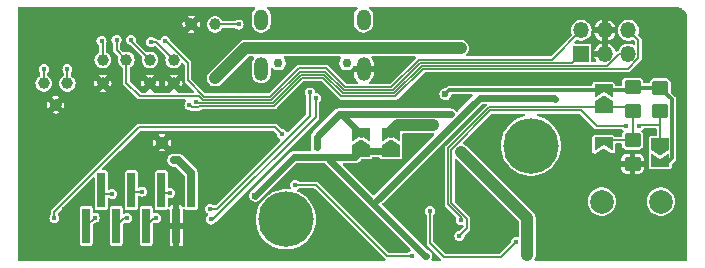
<source format=gbl>
G04 #@! TF.GenerationSoftware,KiCad,Pcbnew,9.0.0-9.0.0-2~ubuntu22.04.1*
G04 #@! TF.CreationDate,2025-03-23T22:02:49+01:00*
G04 #@! TF.ProjectId,kicad_makespace_tutorial,6b696361-645f-46d6-916b-657370616365,v1*
G04 #@! TF.SameCoordinates,Original*
G04 #@! TF.FileFunction,Copper,L2,Bot*
G04 #@! TF.FilePolarity,Positive*
%FSLAX46Y46*%
G04 Gerber Fmt 4.6, Leading zero omitted, Abs format (unit mm)*
G04 Created by KiCad (PCBNEW 9.0.0-9.0.0-2~ubuntu22.04.1) date 2025-03-23 22:02:49*
%MOMM*%
%LPD*%
G01*
G04 APERTURE LIST*
G04 Aperture macros list*
%AMRoundRect*
0 Rectangle with rounded corners*
0 $1 Rounding radius*
0 $2 $3 $4 $5 $6 $7 $8 $9 X,Y pos of 4 corners*
0 Add a 4 corners polygon primitive as box body*
4,1,4,$2,$3,$4,$5,$6,$7,$8,$9,$2,$3,0*
0 Add four circle primitives for the rounded corners*
1,1,$1+$1,$2,$3*
1,1,$1+$1,$4,$5*
1,1,$1+$1,$6,$7*
1,1,$1+$1,$8,$9*
0 Add four rect primitives between the rounded corners*
20,1,$1+$1,$2,$3,$4,$5,0*
20,1,$1+$1,$4,$5,$6,$7,0*
20,1,$1+$1,$6,$7,$8,$9,0*
20,1,$1+$1,$8,$9,$2,$3,0*%
%AMFreePoly0*
4,1,6,1.000000,0.000000,0.500000,-0.750000,-0.500000,-0.750000,-0.500000,0.750000,0.500000,0.750000,1.000000,0.000000,1.000000,0.000000,$1*%
%AMFreePoly1*
4,1,6,0.500000,-0.750000,-0.650000,-0.750000,-0.150000,0.000000,-0.650000,0.750000,0.500000,0.750000,0.500000,-0.750000,0.500000,-0.750000,$1*%
G04 Aperture macros list end*
G04 #@! TA.AperFunction,ComponentPad*
%ADD10C,2.000000*%
G04 #@! TD*
G04 #@! TA.AperFunction,ComponentPad*
%ADD11C,4.700000*%
G04 #@! TD*
G04 #@! TA.AperFunction,ComponentPad*
%ADD12C,0.750000*%
G04 #@! TD*
G04 #@! TA.AperFunction,ComponentPad*
%ADD13O,1.200000X2.000000*%
G04 #@! TD*
G04 #@! TA.AperFunction,ComponentPad*
%ADD14O,1.200000X1.800000*%
G04 #@! TD*
G04 #@! TA.AperFunction,ComponentPad*
%ADD15R,1.350000X1.350000*%
G04 #@! TD*
G04 #@! TA.AperFunction,ComponentPad*
%ADD16O,1.350000X1.350000*%
G04 #@! TD*
G04 #@! TA.AperFunction,SMDPad,CuDef*
%ADD17C,1.000000*%
G04 #@! TD*
G04 #@! TA.AperFunction,SMDPad,CuDef*
%ADD18RoundRect,0.250000X-0.450000X0.350000X-0.450000X-0.350000X0.450000X-0.350000X0.450000X0.350000X0*%
G04 #@! TD*
G04 #@! TA.AperFunction,SMDPad,CuDef*
%ADD19FreePoly0,90.000000*%
G04 #@! TD*
G04 #@! TA.AperFunction,SMDPad,CuDef*
%ADD20FreePoly1,90.000000*%
G04 #@! TD*
G04 #@! TA.AperFunction,SMDPad,CuDef*
%ADD21R,0.650000X3.000000*%
G04 #@! TD*
G04 #@! TA.AperFunction,SMDPad,CuDef*
%ADD22FreePoly0,270.000000*%
G04 #@! TD*
G04 #@! TA.AperFunction,SMDPad,CuDef*
%ADD23FreePoly1,270.000000*%
G04 #@! TD*
G04 #@! TA.AperFunction,ViaPad*
%ADD24C,0.600000*%
G04 #@! TD*
G04 #@! TA.AperFunction,ViaPad*
%ADD25C,0.450000*%
G04 #@! TD*
G04 #@! TA.AperFunction,Conductor*
%ADD26C,0.600000*%
G04 #@! TD*
G04 #@! TA.AperFunction,Conductor*
%ADD27C,1.000000*%
G04 #@! TD*
G04 #@! TA.AperFunction,Conductor*
%ADD28C,0.700000*%
G04 #@! TD*
G04 #@! TA.AperFunction,Conductor*
%ADD29C,0.300000*%
G04 #@! TD*
G04 #@! TA.AperFunction,Conductor*
%ADD30C,0.160000*%
G04 #@! TD*
G04 #@! TA.AperFunction,Conductor*
%ADD31C,0.200000*%
G04 #@! TD*
G04 APERTURE END LIST*
D10*
G04 #@! TO.P,J1,1,Pin_1*
G04 #@! TO.N,Net-(J1-Pin_1)*
X56750000Y-17000000D03*
G04 #@! TO.P,J1,2,Pin_2*
G04 #@! TO.N,Net-(J1-Pin_2)*
X61750000Y-17000000D03*
G04 #@! TD*
D11*
G04 #@! TO.P,H1,1*
G04 #@! TO.N,N/C*
X50750000Y-12250000D03*
G04 #@! TD*
D12*
G04 #@! TO.P,USBC1,*
G04 #@! TO.N,*
X35150000Y-5262500D03*
X29350000Y-5262500D03*
D13*
G04 #@! TO.P,USBC1,0,SH*
G04 #@! TO.N,GND*
X36580000Y-5762500D03*
G04 #@! TO.P,USBC1,1*
G04 #@! TO.N,N/C*
X27920000Y-5762500D03*
D14*
G04 #@! TO.P,USBC1,2*
X27920000Y-1582500D03*
G04 #@! TO.P,USBC1,3*
X36580000Y-1582500D03*
G04 #@! TD*
D11*
G04 #@! TO.P,H3,1*
G04 #@! TO.N,N/C*
X30000000Y-18500000D03*
G04 #@! TD*
D15*
G04 #@! TO.P,J3,1,Pin_1*
G04 #@! TO.N,/GPIO_19*
X55000000Y-4500000D03*
D16*
G04 #@! TO.P,J3,2,Pin_2*
G04 #@! TO.N,/GPIO_17*
X55000000Y-2500000D03*
G04 #@! TO.P,J3,3,Pin_3*
G04 #@! TO.N,GND*
X57000000Y-4500000D03*
G04 #@! TO.P,J3,4,Pin_4*
X57000000Y-2500000D03*
G04 #@! TO.P,J3,5,Pin_5*
G04 #@! TO.N,/GPIO_4*
X59000000Y-4500000D03*
G04 #@! TO.P,J3,6,Pin_6*
G04 #@! TO.N,/GPIO_16*
X59000000Y-2500000D03*
G04 #@! TD*
D17*
G04 #@! TO.P,TP19,1,1*
G04 #@! TO.N,GND*
X22000000Y-2000000D03*
G04 #@! TD*
G04 #@! TO.P,TP2,1,1*
G04 #@! TO.N,/GPIO_21*
X14500000Y-5000000D03*
G04 #@! TD*
D18*
G04 #@! TO.P,R5,1*
G04 #@! TO.N,/5V*
X59350000Y-7300000D03*
G04 #@! TO.P,R5,2*
G04 #@! TO.N,/GAIN_SLOT*
X59350000Y-9300000D03*
G04 #@! TD*
D19*
G04 #@! TO.P,JP5,1,A*
G04 #@! TO.N,/WLED_VDD*
X36350000Y-12725000D03*
D20*
G04 #@! TO.P,JP5,2,B*
G04 #@! TO.N,/3V3*
X36350000Y-11275000D03*
G04 #@! TD*
D17*
G04 #@! TO.P,TP5,1,1*
G04 #@! TO.N,/GPIO_18*
X18500000Y-5000000D03*
G04 #@! TD*
G04 #@! TO.P,TP17,1,1*
G04 #@! TO.N,GND*
X10500000Y-8800000D03*
G04 #@! TD*
D19*
G04 #@! TO.P,JP3,1,A*
G04 #@! TO.N,/GAIN_SLOT*
X56900000Y-9025000D03*
D20*
G04 #@! TO.P,JP3,2,B*
G04 #@! TO.N,/5V*
X56900000Y-7575000D03*
G04 #@! TD*
D21*
G04 #@! TO.P,J2,1,Pin_1*
G04 #@! TO.N,/3V3*
X21995000Y-16050000D03*
G04 #@! TO.P,J2,2,Pin_2*
G04 #@! TO.N,GND*
X20725000Y-19050000D03*
G04 #@! TO.P,J2,3,Pin_3*
G04 #@! TO.N,/GPIO_26*
X19455000Y-16050000D03*
G04 #@! TO.P,J2,4,Pin_4*
G04 #@! TO.N,/GPIO_25*
X18185000Y-19050000D03*
G04 #@! TO.P,J2,5,Pin_5*
G04 #@! TO.N,/GPIO_33*
X16915000Y-16050000D03*
G04 #@! TO.P,J2,6,Pin_6*
G04 #@! TO.N,/GPIO_32*
X15645000Y-19050000D03*
G04 #@! TO.P,J2,7,Pin_7*
G04 #@! TO.N,/GPIO_35*
X14375000Y-16050000D03*
G04 #@! TO.P,J2,8,Pin_8*
G04 #@! TO.N,/GPIO_34*
X13105000Y-19050000D03*
G04 #@! TD*
D17*
G04 #@! TO.P,TP16,1,1*
G04 #@! TO.N,/ESP_TXD*
X9500000Y-7000000D03*
G04 #@! TD*
G04 #@! TO.P,TP1,1,1*
G04 #@! TO.N,GND*
X19500000Y-12000000D03*
G04 #@! TD*
G04 #@! TO.P,TP18,1,1*
G04 #@! TO.N,/ESP_PROG*
X24000000Y-2000000D03*
G04 #@! TD*
D19*
G04 #@! TO.P,JP4,1,A*
G04 #@! TO.N,/WLED_VDD*
X38900000Y-12725000D03*
D20*
G04 #@! TO.P,JP4,2,B*
G04 #@! TO.N,/5V*
X38900000Y-11275000D03*
G04 #@! TD*
D18*
G04 #@! TO.P,R4,1*
G04 #@! TO.N,/5V*
X61700000Y-7350000D03*
G04 #@! TO.P,R4,2*
G04 #@! TO.N,/SD_MODE*
X61700000Y-9350000D03*
G04 #@! TD*
D17*
G04 #@! TO.P,TP12,1,1*
G04 #@! TO.N,/GPIO_5*
X20500000Y-5000000D03*
G04 #@! TD*
D19*
G04 #@! TO.P,JP2,1,A*
G04 #@! TO.N,GND*
X56900000Y-13525000D03*
D20*
G04 #@! TO.P,JP2,2,B*
G04 #@! TO.N,/GAIN_SLOT*
X56900000Y-12075000D03*
G04 #@! TD*
D17*
G04 #@! TO.P,TP6,1,1*
G04 #@! TO.N,GND*
X18500000Y-7000000D03*
G04 #@! TD*
G04 #@! TO.P,TP15,1,1*
G04 #@! TO.N,/ESP_RXD*
X11500000Y-7000000D03*
G04 #@! TD*
G04 #@! TO.P,TP4,1,1*
G04 #@! TO.N,GND*
X20500000Y-7000000D03*
G04 #@! TD*
D22*
G04 #@! TO.P,JP1,1,A*
G04 #@! TO.N,/SD_MODE*
X61700000Y-12125000D03*
D23*
G04 #@! TO.P,JP1,2,B*
G04 #@! TO.N,/5V*
X61700000Y-13575000D03*
G04 #@! TD*
D17*
G04 #@! TO.P,TP3,1,1*
G04 #@! TO.N,/GPIO_19*
X16500000Y-5000000D03*
G04 #@! TD*
D18*
G04 #@! TO.P,R6,1*
G04 #@! TO.N,/GAIN_SLOT*
X59350000Y-11800000D03*
G04 #@! TO.P,R6,2*
G04 #@! TO.N,GND*
X59350000Y-13800000D03*
G04 #@! TD*
D17*
G04 #@! TO.P,TP13,1,1*
G04 #@! TO.N,GND*
X14500000Y-7000000D03*
G04 #@! TD*
D24*
G04 #@! TO.N,/3V3*
X43950000Y-9600000D03*
X24000000Y-6550000D03*
X32600000Y-12400000D03*
X44800000Y-4000000D03*
X20500000Y-13500000D03*
G04 #@! TO.N,GND*
X26200000Y-20600000D03*
X8700000Y-13600000D03*
X59700000Y-17550000D03*
X9600000Y-4750000D03*
X11300000Y-17700000D03*
X48600000Y-14500000D03*
X51800000Y-18750000D03*
X46750000Y-19000000D03*
X41500000Y-11900000D03*
X47600000Y-10400000D03*
X53400000Y-18800000D03*
X44000000Y-6400000D03*
X46400000Y-6400000D03*
X56050000Y-20300000D03*
X32500000Y-1800000D03*
X12900000Y-5700000D03*
X51650000Y-20400000D03*
X56700000Y-18650000D03*
X58250000Y-20400000D03*
X58450000Y-18450000D03*
X9900000Y-10500000D03*
X38900000Y-1800000D03*
X33600000Y-17900000D03*
X54400000Y-12600000D03*
X47700000Y-13400000D03*
X32900000Y-20900000D03*
X23600000Y-16500000D03*
X51150000Y-17150000D03*
X27900000Y-7400000D03*
X53650000Y-20350000D03*
X44800000Y-14600000D03*
X45000000Y-1700000D03*
X23000000Y-13500000D03*
X49900000Y-3600000D03*
X54550000Y-17200000D03*
X38600000Y-6400000D03*
X41400000Y-17300000D03*
X61100000Y-19100000D03*
X47250000Y-18500000D03*
X40100000Y-17300000D03*
X31500000Y-12100000D03*
X46400000Y-11500000D03*
X49400000Y-6500000D03*
G04 #@! TO.N,/5V*
X44800000Y-12800000D03*
X50450000Y-21500000D03*
X48000000Y-15950000D03*
X42500000Y-10500000D03*
X43500000Y-7900000D03*
D25*
G04 #@! TO.N,/SD_MODE*
X58800000Y-10600000D03*
X44700000Y-19900000D03*
X59900000Y-10600000D03*
G04 #@! TO.N,/GAIN_SLOT*
X44800000Y-18590000D03*
G04 #@! TO.N,/ESP_PROG*
X26000000Y-2000000D03*
G04 #@! TO.N,/ESP_EN*
X10400000Y-18400000D03*
X29700000Y-11300000D03*
G04 #@! TO.N,/USB_N*
X32547488Y-8249936D03*
X23680000Y-18510000D03*
G04 #@! TO.N,/ESP_TXD*
X9500000Y-5800000D03*
G04 #@! TO.N,/ESP_RXD*
X11500000Y-5800000D03*
G04 #@! TO.N,/USB_P*
X23560000Y-17610000D03*
X32052512Y-7754960D03*
G04 #@! TO.N,/GPIO_21*
X14397500Y-3400000D03*
G04 #@! TO.N,/GPIO_19*
X15667500Y-3300000D03*
G04 #@! TO.N,/GPIO_16*
X21830000Y-8840000D03*
G04 #@! TO.N,/GPIO_17*
X19800000Y-3400000D03*
G04 #@! TO.N,/GPIO_5*
X18600000Y-3500000D03*
G04 #@! TO.N,/GPIO_18*
X16900000Y-3300000D03*
G04 #@! TO.N,/GPIO_4*
X22400000Y-8550000D03*
G04 #@! TO.N,/GPIO_35*
X15300000Y-16350000D03*
G04 #@! TO.N,/GPIO_25*
X19000000Y-18400000D03*
G04 #@! TO.N,/GPIO_32*
X16550000Y-18400000D03*
G04 #@! TO.N,/GPIO_26*
X20200000Y-16250000D03*
G04 #@! TO.N,/GPIO_34*
X13800000Y-18350000D03*
G04 #@! TO.N,/GPIO_33*
X17850000Y-16150000D03*
D24*
G04 #@! TO.N,/WLED_VDD*
X27400000Y-16500000D03*
X41900000Y-21600000D03*
X52800000Y-8300000D03*
D25*
G04 #@! TO.N,Net-(LED3-DO)*
X30800000Y-15600000D03*
X40650000Y-21600000D03*
G04 #@! TO.N,Net-(LED4-DO)*
X49500000Y-20400000D03*
X42200000Y-17800000D03*
G04 #@! TD*
D26*
G04 #@! TO.N,/3V3*
X34500000Y-9600000D02*
X34675000Y-9600000D01*
D27*
X26550000Y-4000000D02*
X44800000Y-4000000D01*
D26*
X43950000Y-9600000D02*
X34500000Y-9600000D01*
X32600000Y-11500000D02*
X34500000Y-9600000D01*
X34675000Y-9600000D02*
X36350000Y-11275000D01*
X32600000Y-12400000D02*
X32600000Y-11500000D01*
D28*
X20900000Y-13500000D02*
X21995000Y-14595000D01*
D27*
X24000000Y-6550000D02*
X26550000Y-4000000D01*
D28*
X20900000Y-13500000D02*
X20500000Y-13500000D01*
D29*
X21995000Y-16050000D02*
X21995000Y-14595000D01*
G04 #@! TO.N,/5V*
X61700000Y-13575000D02*
X62455000Y-13575000D01*
X56900000Y-7575000D02*
X59075000Y-7575000D01*
D27*
X44850000Y-12800000D02*
X50450000Y-18400000D01*
D29*
X56900000Y-7575000D02*
X43825000Y-7575000D01*
X62705000Y-8355000D02*
X61700000Y-7350000D01*
D27*
X50450000Y-18400000D02*
X50450000Y-21500000D01*
X44800000Y-12800000D02*
X44850000Y-12800000D01*
X42500000Y-10500000D02*
X39520097Y-10500000D01*
D29*
X62705000Y-13325000D02*
X62705000Y-8355000D01*
D27*
X39520097Y-10500000D02*
X38900000Y-11120097D01*
D29*
X62455000Y-13575000D02*
X62705000Y-13325000D01*
X61700000Y-7350000D02*
X59400000Y-7350000D01*
X43825000Y-7575000D02*
X43500000Y-7900000D01*
D30*
G04 #@! TO.N,/SD_MODE*
X44000000Y-17111177D02*
X45330000Y-18441177D01*
X59900000Y-10600000D02*
X60000000Y-10500000D01*
X61700000Y-10500000D02*
X61700000Y-12125000D01*
X55000000Y-9285000D02*
X47325000Y-9285000D01*
X56315000Y-10600000D02*
X55000000Y-9285000D01*
X60000000Y-10500000D02*
X61700000Y-10500000D01*
X58800000Y-10600000D02*
X56315000Y-10600000D01*
X47325000Y-9285000D02*
X44000000Y-12610000D01*
X45330000Y-19270000D02*
X44700000Y-19900000D01*
X45330000Y-18441177D02*
X45330000Y-19270000D01*
X44000000Y-12610000D02*
X44000000Y-17111177D01*
X61700000Y-9350000D02*
X61700000Y-10500000D01*
G04 #@! TO.N,/GAIN_SLOT*
X47217304Y-9025000D02*
X56900000Y-9025000D01*
X56900000Y-9025000D02*
X59075000Y-9025000D01*
X44800000Y-18590000D02*
X44800000Y-18300000D01*
X43739999Y-12502305D02*
X47217304Y-9025000D01*
X44800000Y-18300000D02*
X43739999Y-17239999D01*
X43739999Y-17239999D02*
X43739999Y-12502305D01*
X59350000Y-9300000D02*
X59350000Y-11800000D01*
X59350000Y-11800000D02*
X57175000Y-11800000D01*
G04 #@! TO.N,/ESP_PROG*
X24000000Y-2000000D02*
X26000000Y-2000000D01*
G04 #@! TO.N,/ESP_EN*
X10400000Y-18400000D02*
X10400000Y-17840000D01*
X29100000Y-10700000D02*
X29700000Y-11300000D01*
X17540000Y-10700000D02*
X27900000Y-10700000D01*
X27900000Y-10700000D02*
X29100000Y-10700000D01*
X10400000Y-17840000D02*
X17540000Y-10700000D01*
D31*
G04 #@! TO.N,/USB_N*
X32547488Y-9797512D02*
X32547488Y-8249936D01*
X23680000Y-18510000D02*
X23835000Y-18510000D01*
X23835000Y-18510000D02*
X32547488Y-9797512D01*
D30*
G04 #@! TO.N,/ESP_TXD*
X9500000Y-5800000D02*
X9500000Y-7000000D01*
G04 #@! TO.N,/ESP_RXD*
X11500000Y-5800000D02*
X11500000Y-7000000D01*
D31*
G04 #@! TO.N,/USB_P*
X32047488Y-7759984D02*
X32052512Y-7754960D01*
X23560000Y-17610000D02*
X23570000Y-17600000D01*
X23570000Y-17600000D02*
X24165736Y-17600000D01*
X32047488Y-9718248D02*
X32047488Y-7759984D01*
X24165736Y-17600000D02*
X32047488Y-9718248D01*
D30*
G04 #@! TO.N,/GPIO_21*
X14397500Y-3400000D02*
X14500000Y-3502500D01*
X14500000Y-3502500D02*
X14500000Y-5000000D01*
G04 #@! TO.N,/GPIO_19*
X41392304Y-5240000D02*
X39052304Y-7580000D01*
X39052304Y-7580000D02*
X34915392Y-7580000D01*
X54260000Y-5240000D02*
X41392304Y-5240000D01*
X31164608Y-6000000D02*
X28784608Y-8380000D01*
X55000000Y-4500000D02*
X54260000Y-5240000D01*
X17650000Y-8070000D02*
X16500000Y-6920000D01*
X15667500Y-3300000D02*
X15667500Y-4167500D01*
X16500000Y-6920000D02*
X16500000Y-5000000D01*
X22988112Y-8380000D02*
X22678112Y-8070000D01*
X28784608Y-8380000D02*
X22988112Y-8380000D01*
X34915392Y-7580000D02*
X33335392Y-6000000D01*
X15667500Y-4167500D02*
X16500000Y-5000000D01*
X22678112Y-8070000D02*
X17650000Y-8070000D01*
X33335392Y-6000000D02*
X31164608Y-6000000D01*
G04 #@! TO.N,/GPIO_16*
X33120000Y-6520000D02*
X34700000Y-8100000D01*
X29000000Y-8900000D02*
X31380000Y-6520000D01*
X31380000Y-6520000D02*
X33120000Y-6520000D01*
X22728823Y-8900000D02*
X29000000Y-8900000D01*
X22020000Y-9030000D02*
X22598823Y-9030000D01*
X21830000Y-8840000D02*
X22020000Y-9030000D01*
X22598823Y-9030000D02*
X22728823Y-8900000D01*
X59855000Y-3355000D02*
X59000000Y-2500000D01*
X34700000Y-8100000D02*
X39267696Y-8100000D01*
X58949153Y-5760000D02*
X59855000Y-4854153D01*
X59855000Y-4854153D02*
X59855000Y-3355000D01*
X41607696Y-5760000D02*
X58949153Y-5760000D01*
X39267696Y-8100000D02*
X41607696Y-5760000D01*
G04 #@! TO.N,/GPIO_17*
X21700000Y-5238334D02*
X19861666Y-3400000D01*
X38944608Y-7320000D02*
X35023088Y-7320000D01*
X28676912Y-8120000D02*
X23095808Y-8120000D01*
X50499999Y-4979999D02*
X41284609Y-4979999D01*
X55000000Y-2500000D02*
X52520000Y-4980000D01*
X21700000Y-6724192D02*
X21700000Y-5238334D01*
X52520000Y-4980000D02*
X50500000Y-4980000D01*
X35023088Y-7320000D02*
X33403088Y-5700000D01*
X50500000Y-4980000D02*
X50499999Y-4979999D01*
X33403088Y-5700000D02*
X31096912Y-5700000D01*
X31096912Y-5700000D02*
X28676912Y-8120000D01*
X41284609Y-4979999D02*
X38944608Y-7320000D01*
X19861666Y-3400000D02*
X19800000Y-3400000D01*
X23095808Y-8120000D02*
X21700000Y-6724192D01*
G04 #@! TO.N,/GPIO_5*
X18600000Y-3500000D02*
X19000000Y-3500000D01*
X19000000Y-3500000D02*
X20500000Y-5000000D01*
G04 #@! TO.N,/GPIO_18*
X16900000Y-3300000D02*
X16900000Y-3400000D01*
X16900000Y-3400000D02*
X18500000Y-5000000D01*
G04 #@! TO.N,/GPIO_4*
X28892304Y-8640000D02*
X31272304Y-6260000D01*
X39160000Y-7840000D02*
X41500000Y-5500000D01*
X22490000Y-8640000D02*
X28892304Y-8640000D01*
X41500000Y-5500000D02*
X57209153Y-5500000D01*
X58209153Y-4500000D02*
X59000000Y-4500000D01*
X31272304Y-6260000D02*
X33227696Y-6260000D01*
X33227696Y-6260000D02*
X34807696Y-7840000D01*
X22400000Y-8550000D02*
X22490000Y-8640000D01*
X34807696Y-7840000D02*
X39160000Y-7840000D01*
X57209153Y-5500000D02*
X58209153Y-4500000D01*
G04 #@! TO.N,/GPIO_35*
X15300000Y-16350000D02*
X14675000Y-16350000D01*
X14675000Y-16350000D02*
X14375000Y-16050000D01*
G04 #@! TO.N,/GPIO_25*
X19000000Y-18400000D02*
X18835000Y-18400000D01*
X18835000Y-18400000D02*
X18185000Y-19050000D01*
G04 #@! TO.N,/GPIO_32*
X16550000Y-18400000D02*
X16295000Y-18400000D01*
X16295000Y-18400000D02*
X15645000Y-19050000D01*
G04 #@! TO.N,/GPIO_26*
X20200000Y-16250000D02*
X19655000Y-16250000D01*
G04 #@! TO.N,/GPIO_34*
X13800000Y-18355000D02*
X13105000Y-19050000D01*
X13800000Y-18350000D02*
X13800000Y-18355000D01*
G04 #@! TO.N,/GPIO_33*
X17850000Y-16150000D02*
X17015000Y-16150000D01*
D26*
G04 #@! TO.N,/WLED_VDD*
X52700000Y-8200000D02*
X52800000Y-8300000D01*
X33400000Y-13230000D02*
X30670000Y-13230000D01*
X38900000Y-12725000D02*
X36350000Y-12725000D01*
X36350000Y-12725000D02*
X35845000Y-13230000D01*
X33400000Y-13230000D02*
X33449239Y-13230000D01*
X49800000Y-8200000D02*
X52700000Y-8200000D01*
X33449239Y-13230000D02*
X37409620Y-17190380D01*
X35845000Y-13230000D02*
X33400000Y-13230000D01*
X37409620Y-17190380D02*
X41819239Y-21600000D01*
X37409620Y-17190380D02*
X46400000Y-8200000D01*
X30670000Y-13230000D02*
X27400000Y-16500000D01*
X46400000Y-8200000D02*
X49800000Y-8200000D01*
X41819239Y-21600000D02*
X41900000Y-21600000D01*
D30*
G04 #@! TO.N,Net-(LED3-DO)*
X40650000Y-21600000D02*
X38578823Y-21600000D01*
X38578823Y-21600000D02*
X32578823Y-15600000D01*
X32578823Y-15600000D02*
X30800000Y-15600000D01*
G04 #@! TO.N,Net-(LED4-DO)*
X42200000Y-17800000D02*
X42200000Y-20500000D01*
X42200000Y-20500000D02*
X43400000Y-21700000D01*
X48200000Y-21700000D02*
X49500000Y-20400000D01*
X43400000Y-21700000D02*
X48200000Y-21700000D01*
G04 #@! TD*
G04 #@! TA.AperFunction,Conductor*
G04 #@! TO.N,GND*
G36*
X40986604Y-4719407D02*
G01*
X41022568Y-4768907D01*
X41022568Y-4830093D01*
X40998417Y-4869504D01*
X38857418Y-7010504D01*
X38802901Y-7038281D01*
X38787414Y-7039500D01*
X37123796Y-7039500D01*
X37065605Y-7020593D01*
X37029641Y-6971093D01*
X37029641Y-6909907D01*
X37065605Y-6860407D01*
X37068795Y-6858184D01*
X37121840Y-6822740D01*
X37240240Y-6704340D01*
X37333260Y-6565125D01*
X37397335Y-6410434D01*
X37429999Y-6246220D01*
X37430000Y-6246216D01*
X37430000Y-6012501D01*
X37429999Y-6012500D01*
X36979999Y-6012500D01*
X36979999Y-5512500D01*
X37429999Y-5512500D01*
X37430000Y-5512499D01*
X37430000Y-5278783D01*
X37429999Y-5278779D01*
X37397335Y-5114565D01*
X37333260Y-4959874D01*
X37262852Y-4854501D01*
X37246244Y-4795613D01*
X37267422Y-4738210D01*
X37318295Y-4704217D01*
X37345168Y-4700500D01*
X40928413Y-4700500D01*
X40986604Y-4719407D01*
G37*
G04 #@! TD.AperFunction*
G04 #@! TA.AperFunction,Conductor*
G36*
X27389106Y-519406D02*
G01*
X27425070Y-568906D01*
X27425070Y-630092D01*
X27400919Y-669503D01*
X27298214Y-772207D01*
X27298211Y-772211D01*
X27210609Y-903314D01*
X27210603Y-903325D01*
X27150263Y-1049001D01*
X27150263Y-1049003D01*
X27119500Y-1203655D01*
X27119500Y-1961344D01*
X27150263Y-2115996D01*
X27150263Y-2115998D01*
X27210603Y-2261674D01*
X27210609Y-2261685D01*
X27263312Y-2340559D01*
X27298211Y-2392789D01*
X27409711Y-2504289D01*
X27482105Y-2552661D01*
X27540814Y-2591890D01*
X27540825Y-2591896D01*
X27594638Y-2614185D01*
X27686503Y-2652237D01*
X27841158Y-2683000D01*
X27841159Y-2683000D01*
X27998841Y-2683000D01*
X27998842Y-2683000D01*
X28153497Y-2652237D01*
X28299179Y-2591894D01*
X28430289Y-2504289D01*
X28541789Y-2392789D01*
X28629394Y-2261679D01*
X28689737Y-2115997D01*
X28720500Y-1961342D01*
X28720500Y-1203658D01*
X28689737Y-1049003D01*
X28629394Y-903321D01*
X28629393Y-903319D01*
X28629390Y-903314D01*
X28594017Y-850376D01*
X28541789Y-772211D01*
X28439081Y-669503D01*
X28411304Y-614986D01*
X28420875Y-554554D01*
X28464140Y-511289D01*
X28509085Y-500499D01*
X35990915Y-500499D01*
X36049106Y-519406D01*
X36085070Y-568906D01*
X36085070Y-630092D01*
X36060919Y-669503D01*
X35958214Y-772207D01*
X35958211Y-772211D01*
X35870609Y-903314D01*
X35870603Y-903325D01*
X35810263Y-1049001D01*
X35810263Y-1049003D01*
X35779500Y-1203655D01*
X35779500Y-1961344D01*
X35810263Y-2115996D01*
X35810263Y-2115998D01*
X35870603Y-2261674D01*
X35870609Y-2261685D01*
X35923312Y-2340559D01*
X35958211Y-2392789D01*
X36069711Y-2504289D01*
X36142105Y-2552661D01*
X36200814Y-2591890D01*
X36200825Y-2591896D01*
X36254638Y-2614185D01*
X36346503Y-2652237D01*
X36501158Y-2683000D01*
X36501159Y-2683000D01*
X36658841Y-2683000D01*
X36658842Y-2683000D01*
X36813497Y-2652237D01*
X36959179Y-2591894D01*
X37090289Y-2504289D01*
X37201789Y-2392789D01*
X37289394Y-2261679D01*
X37349737Y-2115997D01*
X37380500Y-1961342D01*
X37380500Y-1203658D01*
X37349737Y-1049003D01*
X37289394Y-903321D01*
X37289393Y-903319D01*
X37289390Y-903314D01*
X37254017Y-850376D01*
X37201789Y-772211D01*
X37099081Y-669503D01*
X37071304Y-614986D01*
X37080875Y-554554D01*
X37124140Y-511289D01*
X37169085Y-500499D01*
X63060712Y-500499D01*
X63075292Y-501578D01*
X63218737Y-522939D01*
X63234848Y-526737D01*
X63378443Y-573564D01*
X63393694Y-579993D01*
X63527480Y-650093D01*
X63541449Y-658974D01*
X63661682Y-750384D01*
X63673976Y-761470D01*
X63777291Y-871630D01*
X63787567Y-884610D01*
X63871091Y-1010461D01*
X63879059Y-1024970D01*
X63940436Y-1162958D01*
X63945876Y-1178593D01*
X63983408Y-1324897D01*
X63986166Y-1341220D01*
X63999153Y-1496008D01*
X63999500Y-1504285D01*
X63999500Y-21900500D01*
X63980593Y-21958691D01*
X63931093Y-21994655D01*
X63900500Y-21999500D01*
X51143945Y-21999500D01*
X51085754Y-21980593D01*
X51049790Y-21931093D01*
X51049790Y-21869907D01*
X51061631Y-21845497D01*
X51070770Y-21831819D01*
X51070771Y-21831816D01*
X51070775Y-21831811D01*
X51123580Y-21704328D01*
X51150500Y-21568993D01*
X51150500Y-18331007D01*
X51149404Y-18325500D01*
X51149405Y-18325488D01*
X51149402Y-18325489D01*
X51123580Y-18195672D01*
X51070775Y-18068189D01*
X50994114Y-17953457D01*
X50040657Y-17000000D01*
X55544357Y-17000000D01*
X55564885Y-17221536D01*
X55625771Y-17435528D01*
X55724942Y-17634689D01*
X55859019Y-17812236D01*
X56023438Y-17962124D01*
X56212599Y-18079247D01*
X56420060Y-18159618D01*
X56638757Y-18200500D01*
X56861243Y-18200500D01*
X57079940Y-18159618D01*
X57287401Y-18079247D01*
X57476562Y-17962124D01*
X57640981Y-17812236D01*
X57775058Y-17634689D01*
X57874229Y-17435528D01*
X57935115Y-17221536D01*
X57955643Y-17000000D01*
X60544357Y-17000000D01*
X60564885Y-17221536D01*
X60625771Y-17435528D01*
X60724942Y-17634689D01*
X60859019Y-17812236D01*
X61023438Y-17962124D01*
X61212599Y-18079247D01*
X61420060Y-18159618D01*
X61638757Y-18200500D01*
X61861243Y-18200500D01*
X62079940Y-18159618D01*
X62287401Y-18079247D01*
X62476562Y-17962124D01*
X62640981Y-17812236D01*
X62775058Y-17634689D01*
X62874229Y-17435528D01*
X62935115Y-17221536D01*
X62955643Y-17000000D01*
X62935115Y-16778464D01*
X62874229Y-16564472D01*
X62775058Y-16365311D01*
X62640981Y-16187764D01*
X62476562Y-16037876D01*
X62287401Y-15920753D01*
X62079940Y-15840382D01*
X62079939Y-15840381D01*
X62079937Y-15840381D01*
X61861243Y-15799500D01*
X61638757Y-15799500D01*
X61420062Y-15840381D01*
X61386921Y-15853220D01*
X61212599Y-15920753D01*
X61064853Y-16012233D01*
X61023438Y-16037876D01*
X60859020Y-16187763D01*
X60724943Y-16365309D01*
X60724938Y-16365318D01*
X60625772Y-16564469D01*
X60625771Y-16564472D01*
X60564885Y-16778464D01*
X60544357Y-17000000D01*
X57955643Y-17000000D01*
X57935115Y-16778464D01*
X57874229Y-16564472D01*
X57775058Y-16365311D01*
X57640981Y-16187764D01*
X57476562Y-16037876D01*
X57287401Y-15920753D01*
X57079940Y-15840382D01*
X57079939Y-15840381D01*
X57079937Y-15840381D01*
X56861243Y-15799500D01*
X56638757Y-15799500D01*
X56420062Y-15840381D01*
X56386921Y-15853220D01*
X56212599Y-15920753D01*
X56064853Y-16012233D01*
X56023438Y-16037876D01*
X55859020Y-16187763D01*
X55724943Y-16365309D01*
X55724938Y-16365318D01*
X55625772Y-16564469D01*
X55625771Y-16564472D01*
X55564885Y-16778464D01*
X55544357Y-17000000D01*
X50040657Y-17000000D01*
X45296543Y-12255886D01*
X45287734Y-12250000D01*
X45181810Y-12179224D01*
X45068133Y-12132138D01*
X45021608Y-12092401D01*
X45007324Y-12032907D01*
X45030739Y-11976379D01*
X45036002Y-11970683D01*
X47412190Y-9594496D01*
X47466707Y-9566719D01*
X47482194Y-9565500D01*
X50166028Y-9565500D01*
X50224219Y-9584407D01*
X50260183Y-9633907D01*
X50260183Y-9695093D01*
X50224219Y-9744593D01*
X50190650Y-9760388D01*
X50095953Y-9784703D01*
X49960293Y-9819534D01*
X49661904Y-9937674D01*
X49661901Y-9937676D01*
X49380682Y-10092277D01*
X49380673Y-10092283D01*
X49380672Y-10092284D01*
X49245790Y-10190281D01*
X49121033Y-10280922D01*
X48887093Y-10500605D01*
X48887083Y-10500616D01*
X48682521Y-10747890D01*
X48510568Y-11018844D01*
X48510561Y-11018857D01*
X48373918Y-11309235D01*
X48274745Y-11614460D01*
X48274742Y-11614470D01*
X48214608Y-11929700D01*
X48194457Y-12250000D01*
X48214608Y-12570299D01*
X48274742Y-12885529D01*
X48274744Y-12885538D01*
X48364567Y-13161985D01*
X48373918Y-13190764D01*
X48510561Y-13481142D01*
X48510568Y-13481155D01*
X48682521Y-13752109D01*
X48887083Y-13999383D01*
X48887093Y-13999394D01*
X49016300Y-14120727D01*
X49121036Y-14219080D01*
X49380672Y-14407716D01*
X49380679Y-14407719D01*
X49380682Y-14407722D01*
X49661901Y-14562323D01*
X49661904Y-14562325D01*
X49811098Y-14621395D01*
X49960294Y-14680466D01*
X50271139Y-14760277D01*
X50589536Y-14800500D01*
X50910464Y-14800500D01*
X51228861Y-14760277D01*
X51539706Y-14680466D01*
X51786688Y-14582678D01*
X51838095Y-14562325D01*
X51838097Y-14562324D01*
X52119328Y-14407716D01*
X52378964Y-14219080D01*
X52401599Y-14197824D01*
X58399999Y-14197824D01*
X58406401Y-14257370D01*
X58406403Y-14257381D01*
X58456646Y-14392088D01*
X58456647Y-14392090D01*
X58542807Y-14507184D01*
X58542815Y-14507192D01*
X58657909Y-14593352D01*
X58657911Y-14593353D01*
X58792618Y-14643596D01*
X58792629Y-14643598D01*
X58852176Y-14650000D01*
X59099999Y-14650000D01*
X59100000Y-14649999D01*
X59100000Y-14050001D01*
X59600000Y-14050001D01*
X59600000Y-14649999D01*
X59600001Y-14650000D01*
X59847824Y-14650000D01*
X59907370Y-14643598D01*
X59907381Y-14643596D01*
X60042088Y-14593353D01*
X60042090Y-14593352D01*
X60157184Y-14507192D01*
X60157192Y-14507184D01*
X60243352Y-14392090D01*
X60243353Y-14392088D01*
X60293596Y-14257381D01*
X60293598Y-14257370D01*
X60300000Y-14197824D01*
X60300000Y-14050001D01*
X60299999Y-14050000D01*
X59600001Y-14050000D01*
X59600000Y-14050001D01*
X59100000Y-14050001D01*
X59099999Y-14050000D01*
X58400001Y-14050000D01*
X58400000Y-14050001D01*
X58400000Y-14197824D01*
X58399999Y-14197824D01*
X52401599Y-14197824D01*
X52612911Y-13999390D01*
X52817478Y-13752110D01*
X52989439Y-13481142D01*
X53026598Y-13402175D01*
X58400000Y-13402175D01*
X58400000Y-13549999D01*
X58400001Y-13550000D01*
X59099999Y-13550000D01*
X59100000Y-13549999D01*
X59100000Y-12950001D01*
X59600000Y-12950001D01*
X59600000Y-13549999D01*
X59600001Y-13550000D01*
X60299999Y-13550000D01*
X60300000Y-13549999D01*
X60300000Y-13402175D01*
X60293598Y-13342629D01*
X60293596Y-13342618D01*
X60243353Y-13207911D01*
X60243352Y-13207909D01*
X60157192Y-13092815D01*
X60157184Y-13092807D01*
X60042090Y-13006647D01*
X60042088Y-13006646D01*
X59907381Y-12956403D01*
X59907370Y-12956401D01*
X59847824Y-12950000D01*
X59600001Y-12950000D01*
X59600000Y-12950001D01*
X59100000Y-12950001D01*
X59099999Y-12950000D01*
X58852176Y-12950000D01*
X58792629Y-12956401D01*
X58792618Y-12956403D01*
X58657911Y-13006646D01*
X58657909Y-13006647D01*
X58542815Y-13092807D01*
X58542807Y-13092815D01*
X58456647Y-13207909D01*
X58456646Y-13207911D01*
X58406403Y-13342618D01*
X58406401Y-13342629D01*
X58400000Y-13402175D01*
X53026598Y-13402175D01*
X53126084Y-13190758D01*
X53225256Y-12885538D01*
X53285392Y-12570294D01*
X53305543Y-12250000D01*
X53285392Y-11929706D01*
X53284496Y-11925011D01*
X53242968Y-11707314D01*
X53225256Y-11614462D01*
X53126084Y-11309242D01*
X53124941Y-11306814D01*
X53074914Y-11200500D01*
X52989439Y-11018858D01*
X52989435Y-11018853D01*
X52989431Y-11018844D01*
X52817478Y-10747890D01*
X52612916Y-10500616D01*
X52612906Y-10500605D01*
X52378966Y-10280922D01*
X52378964Y-10280920D01*
X52119328Y-10092284D01*
X52119322Y-10092280D01*
X52119317Y-10092277D01*
X51838098Y-9937676D01*
X51838095Y-9937674D01*
X51539706Y-9819534D01*
X51309350Y-9760389D01*
X51257691Y-9727605D01*
X51235167Y-9670717D01*
X51250383Y-9611453D01*
X51297527Y-9572452D01*
X51333972Y-9565500D01*
X54842806Y-9565500D01*
X54900997Y-9584407D01*
X54912809Y-9594495D01*
X56142769Y-10824456D01*
X56206731Y-10861384D01*
X56206733Y-10861384D01*
X56206734Y-10861385D01*
X56218841Y-10864629D01*
X56278068Y-10880499D01*
X56278070Y-10880500D01*
X56278071Y-10880500D01*
X56278072Y-10880500D01*
X58437744Y-10880500D01*
X58495935Y-10899407D01*
X58507747Y-10909496D01*
X58530500Y-10932248D01*
X58546780Y-10948528D01*
X58566157Y-10958401D01*
X58609419Y-11001663D01*
X58618991Y-11062095D01*
X58591214Y-11116612D01*
X58580001Y-11126262D01*
X58577855Y-11127845D01*
X58577845Y-11127855D01*
X58497207Y-11237116D01*
X58452355Y-11365296D01*
X58452353Y-11365305D01*
X58449500Y-11395725D01*
X58449500Y-11420500D01*
X58430593Y-11478691D01*
X58381093Y-11514655D01*
X58350500Y-11519500D01*
X57907848Y-11519500D01*
X57849657Y-11500593D01*
X57818653Y-11463456D01*
X57810667Y-11446874D01*
X57810666Y-11446873D01*
X57739162Y-11389850D01*
X57650000Y-11369500D01*
X56150000Y-11369500D01*
X56149998Y-11369500D01*
X56104272Y-11374651D01*
X56021872Y-11414334D01*
X55964850Y-11485837D01*
X55944500Y-11575000D01*
X55944500Y-12724999D01*
X55944501Y-12725011D01*
X55957933Y-12798079D01*
X55957935Y-12798085D01*
X56008666Y-12874181D01*
X56087389Y-12920730D01*
X56094558Y-12921342D01*
X56178514Y-12928512D01*
X56263991Y-12895986D01*
X56845085Y-12508589D01*
X56903989Y-12492043D01*
X56954914Y-12508590D01*
X57536006Y-12895985D01*
X57536009Y-12895986D01*
X57604272Y-12925348D01*
X57604273Y-12925348D01*
X57695728Y-12925348D01*
X57778127Y-12885666D01*
X57835149Y-12814163D01*
X57855500Y-12725000D01*
X57855500Y-12179500D01*
X57874407Y-12121309D01*
X57923907Y-12085345D01*
X57954500Y-12080500D01*
X58350500Y-12080500D01*
X58408691Y-12099407D01*
X58444655Y-12148907D01*
X58449500Y-12179500D01*
X58449500Y-12204274D01*
X58452353Y-12234694D01*
X58452355Y-12234703D01*
X58497206Y-12362880D01*
X58497207Y-12362883D01*
X58577845Y-12472144D01*
X58577847Y-12472146D01*
X58577850Y-12472150D01*
X58577853Y-12472152D01*
X58577855Y-12472154D01*
X58687116Y-12552792D01*
X58687117Y-12552792D01*
X58687118Y-12552793D01*
X58815301Y-12597646D01*
X58845725Y-12600499D01*
X58845727Y-12600500D01*
X58845734Y-12600500D01*
X59854273Y-12600500D01*
X59854273Y-12600499D01*
X59884699Y-12597646D01*
X60012882Y-12552793D01*
X60122150Y-12472150D01*
X60202793Y-12362882D01*
X60206058Y-12353553D01*
X60232547Y-12277849D01*
X60247646Y-12234699D01*
X60250499Y-12204273D01*
X60250500Y-12204273D01*
X60250500Y-11395727D01*
X60250499Y-11395725D01*
X60249948Y-11389850D01*
X60247646Y-11365301D01*
X60202793Y-11237118D01*
X60202621Y-11236885D01*
X60122154Y-11127855D01*
X60122152Y-11127853D01*
X60122150Y-11127850D01*
X60120002Y-11126264D01*
X60118591Y-11124292D01*
X60116903Y-11122604D01*
X60117183Y-11122323D01*
X60084409Y-11076499D01*
X60084865Y-11015316D01*
X60121197Y-10966085D01*
X60133830Y-10958407D01*
X60153220Y-10948528D01*
X60248528Y-10853220D01*
X60258038Y-10834554D01*
X60301303Y-10791290D01*
X60346248Y-10780500D01*
X61320500Y-10780500D01*
X61378691Y-10799407D01*
X61414655Y-10848907D01*
X61419500Y-10879500D01*
X61419500Y-11320500D01*
X61400593Y-11378691D01*
X61351093Y-11414655D01*
X61320500Y-11419500D01*
X60949998Y-11419500D01*
X60904272Y-11424651D01*
X60821872Y-11464334D01*
X60764850Y-11535837D01*
X60744500Y-11625000D01*
X60744500Y-12625009D01*
X60745244Y-12642484D01*
X60745244Y-12642485D01*
X60751197Y-12661093D01*
X60767031Y-12710593D01*
X60776509Y-12740219D01*
X60774285Y-12740930D01*
X60784269Y-12785624D01*
X60768317Y-12825129D01*
X60769689Y-12825790D01*
X60764851Y-12835835D01*
X60744500Y-12925000D01*
X60744500Y-14075001D01*
X60749651Y-14120727D01*
X60778435Y-14180496D01*
X60789334Y-14203127D01*
X60860837Y-14260149D01*
X60950000Y-14280500D01*
X62449999Y-14280500D01*
X62450000Y-14280500D01*
X62495728Y-14275348D01*
X62578127Y-14235666D01*
X62635149Y-14164163D01*
X62655500Y-14075000D01*
X62655500Y-13911189D01*
X62674407Y-13852998D01*
X62684496Y-13841186D01*
X62741127Y-13784555D01*
X62985469Y-13540212D01*
X63031614Y-13460288D01*
X63031616Y-13460282D01*
X63037127Y-13439714D01*
X63037127Y-13439712D01*
X63039941Y-13429210D01*
X63055500Y-13371144D01*
X63055500Y-8308856D01*
X63031614Y-8219712D01*
X63012014Y-8185764D01*
X63012013Y-8185762D01*
X63012013Y-8185761D01*
X62995185Y-8156615D01*
X62985470Y-8139788D01*
X62811393Y-7965711D01*
X62629496Y-7783813D01*
X62601719Y-7729297D01*
X62600500Y-7713810D01*
X62600500Y-6945727D01*
X62600499Y-6945725D01*
X62599127Y-6931093D01*
X62597646Y-6915301D01*
X62552793Y-6787118D01*
X62550705Y-6784289D01*
X62472154Y-6677855D01*
X62472152Y-6677853D01*
X62472150Y-6677850D01*
X62472146Y-6677847D01*
X62472144Y-6677845D01*
X62362883Y-6597207D01*
X62234703Y-6552355D01*
X62234694Y-6552353D01*
X62204274Y-6549500D01*
X62204266Y-6549500D01*
X61195734Y-6549500D01*
X61195725Y-6549500D01*
X61165305Y-6552353D01*
X61165296Y-6552355D01*
X61037116Y-6597207D01*
X60927855Y-6677845D01*
X60927845Y-6677855D01*
X60847207Y-6787116D01*
X60802355Y-6915296D01*
X60801069Y-6921185D01*
X60798193Y-6920556D01*
X60778656Y-6965871D01*
X60726033Y-6997087D01*
X60704308Y-6999500D01*
X60349500Y-6999500D01*
X60291309Y-6980593D01*
X60255345Y-6931093D01*
X60250500Y-6900500D01*
X60250500Y-6895727D01*
X60250499Y-6895725D01*
X60248264Y-6871890D01*
X60247646Y-6865301D01*
X60202793Y-6737118D01*
X60159055Y-6677855D01*
X60122154Y-6627855D01*
X60122152Y-6627853D01*
X60122150Y-6627850D01*
X60122146Y-6627847D01*
X60122144Y-6627845D01*
X60012883Y-6547207D01*
X59884703Y-6502355D01*
X59884694Y-6502353D01*
X59854274Y-6499500D01*
X59854266Y-6499500D01*
X58845734Y-6499500D01*
X58845725Y-6499500D01*
X58815305Y-6502353D01*
X58815296Y-6502355D01*
X58687116Y-6547207D01*
X58577855Y-6627845D01*
X58577845Y-6627855D01*
X58497207Y-6737116D01*
X58452355Y-6865296D01*
X58452353Y-6865305D01*
X58449500Y-6895725D01*
X58449500Y-7125500D01*
X58430593Y-7183691D01*
X58381093Y-7219655D01*
X58350500Y-7224500D01*
X57954500Y-7224500D01*
X57896309Y-7205593D01*
X57860345Y-7156093D01*
X57855500Y-7125500D01*
X57855500Y-7075000D01*
X57850348Y-7029272D01*
X57810666Y-6946873D01*
X57809227Y-6945725D01*
X57739162Y-6889850D01*
X57650000Y-6869500D01*
X56150000Y-6869500D01*
X56149998Y-6869500D01*
X56104272Y-6874651D01*
X56021872Y-6914334D01*
X55964850Y-6985837D01*
X55944500Y-7075000D01*
X55944500Y-7125500D01*
X55925593Y-7183691D01*
X55876093Y-7219655D01*
X55845500Y-7224500D01*
X43778856Y-7224500D01*
X43689712Y-7248386D01*
X43689711Y-7248386D01*
X43689709Y-7248387D01*
X43609789Y-7294529D01*
X43533814Y-7370504D01*
X43479297Y-7398281D01*
X43463811Y-7399500D01*
X43428035Y-7399500D01*
X43289949Y-7440046D01*
X43289942Y-7440049D01*
X43168873Y-7517855D01*
X43074622Y-7626628D01*
X43014834Y-7757543D01*
X42994353Y-7899997D01*
X42994353Y-7900002D01*
X43014834Y-8042456D01*
X43067394Y-8157544D01*
X43074623Y-8173373D01*
X43160283Y-8272231D01*
X43168873Y-8282144D01*
X43280707Y-8354015D01*
X43289947Y-8359953D01*
X43396403Y-8391211D01*
X43428035Y-8400499D01*
X43428036Y-8400499D01*
X43428039Y-8400500D01*
X43428041Y-8400500D01*
X43571959Y-8400500D01*
X43571961Y-8400500D01*
X43710053Y-8359953D01*
X43831128Y-8282143D01*
X43925377Y-8173373D01*
X43985165Y-8042457D01*
X43987747Y-8024500D01*
X43989773Y-8010411D01*
X44016768Y-7955504D01*
X44070883Y-7926950D01*
X44087765Y-7925500D01*
X45727679Y-7925500D01*
X45785870Y-7944407D01*
X45821834Y-7993907D01*
X45821834Y-8055093D01*
X45797683Y-8094504D01*
X44535825Y-9356360D01*
X44481308Y-9384137D01*
X44420876Y-9374566D01*
X44377611Y-9331301D01*
X44375768Y-9327482D01*
X44375377Y-9326627D01*
X44365742Y-9315508D01*
X44354823Y-9300174D01*
X44350500Y-9292686D01*
X44319044Y-9261230D01*
X44314230Y-9256058D01*
X44281129Y-9217858D01*
X44281127Y-9217856D01*
X44274807Y-9213794D01*
X44258338Y-9200523D01*
X44257318Y-9199503D01*
X44257309Y-9199496D01*
X44212613Y-9173691D01*
X44208589Y-9171239D01*
X44160054Y-9140047D01*
X44159770Y-9139964D01*
X44149408Y-9135528D01*
X44149176Y-9136089D01*
X44143187Y-9133608D01*
X44086421Y-9118398D01*
X44084153Y-9117761D01*
X44021964Y-9099500D01*
X44021961Y-9099500D01*
X44015892Y-9099500D01*
X34565893Y-9099500D01*
X34434108Y-9099500D01*
X34364706Y-9118096D01*
X34306809Y-9133609D01*
X34192690Y-9199496D01*
X32292686Y-11099500D01*
X32292685Y-11099499D01*
X32199500Y-11192685D01*
X32199496Y-11192690D01*
X32133609Y-11306809D01*
X32116811Y-11369500D01*
X32099763Y-11433129D01*
X32099500Y-11434109D01*
X32099500Y-12357122D01*
X32098492Y-12371211D01*
X32094353Y-12399998D01*
X32094353Y-12400001D01*
X32098492Y-12428786D01*
X32099500Y-12442876D01*
X32099500Y-12465893D01*
X32107310Y-12495042D01*
X32109675Y-12506572D01*
X32114835Y-12542457D01*
X32123937Y-12562388D01*
X32129506Y-12577881D01*
X32133608Y-12593186D01*
X32133608Y-12593187D01*
X32135288Y-12599454D01*
X32133939Y-12599815D01*
X32138171Y-12653615D01*
X32106199Y-12705783D01*
X32049670Y-12729195D01*
X32041907Y-12729500D01*
X30735892Y-12729500D01*
X30604107Y-12729500D01*
X30561450Y-12740930D01*
X30476809Y-12763609D01*
X30362690Y-12829496D01*
X30362684Y-12829500D01*
X30362685Y-12829501D01*
X27091665Y-16100519D01*
X27075194Y-16113793D01*
X27068872Y-16117856D01*
X27068871Y-16117857D01*
X27035768Y-16156059D01*
X27030956Y-16161227D01*
X26999500Y-16192685D01*
X26999499Y-16192686D01*
X26995172Y-16200180D01*
X26984266Y-16215496D01*
X26974622Y-16226627D01*
X26974621Y-16226628D01*
X26956591Y-16266107D01*
X26952277Y-16274475D01*
X26933608Y-16306813D01*
X26933607Y-16306813D01*
X26929507Y-16322117D01*
X26923938Y-16337608D01*
X26918280Y-16349999D01*
X26914835Y-16357543D01*
X26909674Y-16393430D01*
X26907310Y-16404953D01*
X26899500Y-16434104D01*
X26899500Y-16457122D01*
X26898492Y-16471211D01*
X26894353Y-16499998D01*
X26894353Y-16500001D01*
X26898492Y-16528786D01*
X26899500Y-16542876D01*
X26899500Y-16565893D01*
X26907310Y-16595042D01*
X26909675Y-16606572D01*
X26914835Y-16642457D01*
X26923937Y-16662388D01*
X26929506Y-16677881D01*
X26933127Y-16691392D01*
X26933608Y-16693186D01*
X26952277Y-16725523D01*
X26956592Y-16733893D01*
X26974622Y-16773373D01*
X26984259Y-16784494D01*
X26995172Y-16799820D01*
X26999497Y-16807310D01*
X26999498Y-16807311D01*
X26999500Y-16807314D01*
X27030959Y-16838773D01*
X27030961Y-16838775D01*
X27035764Y-16843934D01*
X27068872Y-16882143D01*
X27075186Y-16886201D01*
X27091662Y-16899476D01*
X27092686Y-16900500D01*
X27133256Y-16923923D01*
X27137392Y-16926311D01*
X27141414Y-16928763D01*
X27189942Y-16959950D01*
X27189947Y-16959953D01*
X27190046Y-16959982D01*
X27190215Y-16960032D01*
X27200584Y-16964474D01*
X27200819Y-16963909D01*
X27206809Y-16966389D01*
X27206814Y-16966392D01*
X27263579Y-16981601D01*
X27265813Y-16982228D01*
X27276814Y-16985458D01*
X27328033Y-17000499D01*
X27328038Y-17000499D01*
X27328039Y-17000500D01*
X27328040Y-17000500D01*
X27471958Y-17000500D01*
X27471961Y-17000500D01*
X27534190Y-16982227D01*
X27536393Y-16981608D01*
X27593186Y-16966392D01*
X27593192Y-16966388D01*
X27599188Y-16963906D01*
X27599424Y-16964476D01*
X27609792Y-16960029D01*
X27610053Y-16959953D01*
X27658605Y-16928749D01*
X27662580Y-16926326D01*
X27707314Y-16900500D01*
X27708326Y-16899487D01*
X27724808Y-16886203D01*
X27731128Y-16882143D01*
X27764236Y-16843932D01*
X27769025Y-16838787D01*
X27993991Y-16613821D01*
X27998053Y-16611751D01*
X28000295Y-16607517D01*
X30848318Y-13759496D01*
X30902835Y-13731719D01*
X30918322Y-13730500D01*
X33200917Y-13730500D01*
X33259108Y-13749407D01*
X33270921Y-13759496D01*
X37009120Y-17497694D01*
X40542965Y-21031540D01*
X40570742Y-21086057D01*
X40561171Y-21146489D01*
X40517907Y-21189753D01*
X40396780Y-21251471D01*
X40357747Y-21290504D01*
X40303230Y-21318281D01*
X40287744Y-21319500D01*
X38736018Y-21319500D01*
X38677827Y-21300593D01*
X38666014Y-21290504D01*
X32803280Y-15427771D01*
X32803279Y-15427769D01*
X32751054Y-15375544D01*
X32687092Y-15338616D01*
X32687091Y-15338615D01*
X32687088Y-15338614D01*
X32615754Y-15319500D01*
X32615752Y-15319500D01*
X32615751Y-15319500D01*
X31162256Y-15319500D01*
X31104065Y-15300593D01*
X31092253Y-15290504D01*
X31053221Y-15251473D01*
X31053217Y-15251470D01*
X30933129Y-15190282D01*
X30933127Y-15190281D01*
X30800000Y-15169196D01*
X30666872Y-15190281D01*
X30666870Y-15190282D01*
X30546782Y-15251470D01*
X30451470Y-15346782D01*
X30390282Y-15466870D01*
X30390281Y-15466872D01*
X30390281Y-15466874D01*
X30369196Y-15600000D01*
X30390281Y-15733126D01*
X30415689Y-15782992D01*
X30439038Y-15828817D01*
X30448609Y-15889249D01*
X30420832Y-15943766D01*
X30366315Y-15971543D01*
X30338420Y-15971981D01*
X30160464Y-15949500D01*
X29839536Y-15949500D01*
X29521143Y-15989722D01*
X29210293Y-16069534D01*
X28911904Y-16187674D01*
X28911901Y-16187676D01*
X28630682Y-16342277D01*
X28630673Y-16342283D01*
X28630672Y-16342284D01*
X28552248Y-16399262D01*
X28371033Y-16530922D01*
X28138071Y-16749687D01*
X28137713Y-16749855D01*
X27932521Y-16997890D01*
X27760568Y-17268844D01*
X27760561Y-17268857D01*
X27623918Y-17559235D01*
X27588945Y-17666872D01*
X27541714Y-17812236D01*
X27524745Y-17864460D01*
X27524742Y-17864470D01*
X27464608Y-18179700D01*
X27444457Y-18500000D01*
X27464608Y-18820299D01*
X27520407Y-19112805D01*
X27524744Y-19135538D01*
X27580431Y-19306925D01*
X27623918Y-19440764D01*
X27760561Y-19731142D01*
X27760568Y-19731155D01*
X27932521Y-20002109D01*
X28137083Y-20249383D01*
X28137093Y-20249394D01*
X28201331Y-20309717D01*
X28371036Y-20469080D01*
X28630672Y-20657716D01*
X28630679Y-20657719D01*
X28630682Y-20657722D01*
X28911901Y-20812323D01*
X28911904Y-20812325D01*
X29031813Y-20859800D01*
X29210294Y-20930466D01*
X29521139Y-21010277D01*
X29839536Y-21050500D01*
X30160464Y-21050500D01*
X30478861Y-21010277D01*
X30789706Y-20930466D01*
X31041422Y-20830804D01*
X31088095Y-20812325D01*
X31088097Y-20812324D01*
X31369328Y-20657716D01*
X31628964Y-20469080D01*
X31862911Y-20249390D01*
X32067478Y-20002110D01*
X32216764Y-19766872D01*
X32239431Y-19731155D01*
X32239432Y-19731152D01*
X32239439Y-19731142D01*
X32376084Y-19440758D01*
X32475256Y-19135538D01*
X32535392Y-18820294D01*
X32555543Y-18500000D01*
X32535392Y-18179706D01*
X32475256Y-17864462D01*
X32376084Y-17559242D01*
X32337322Y-17476870D01*
X32306905Y-17412230D01*
X32239439Y-17268858D01*
X32239435Y-17268853D01*
X32239431Y-17268844D01*
X32067478Y-16997890D01*
X31862916Y-16750616D01*
X31862906Y-16750605D01*
X31666207Y-16565893D01*
X31628964Y-16530920D01*
X31369328Y-16342284D01*
X31369322Y-16342280D01*
X31369317Y-16342277D01*
X31088098Y-16187676D01*
X31088095Y-16187674D01*
X31008215Y-16156048D01*
X30961071Y-16117047D01*
X30945854Y-16057784D01*
X30968378Y-16000895D01*
X30999711Y-15975791D01*
X31053220Y-15948528D01*
X31080995Y-15920753D01*
X31092253Y-15909496D01*
X31146770Y-15881719D01*
X31162256Y-15880500D01*
X32421629Y-15880500D01*
X32479820Y-15899407D01*
X32491632Y-15909495D01*
X35425353Y-18843217D01*
X38354366Y-21772230D01*
X38354367Y-21772231D01*
X38354366Y-21772231D01*
X38411180Y-21829044D01*
X38409418Y-21830805D01*
X38437994Y-21872389D01*
X38436388Y-21933554D01*
X38399137Y-21982093D01*
X38343069Y-21999500D01*
X7399000Y-21999500D01*
X7340809Y-21980593D01*
X7304845Y-21931093D01*
X7300000Y-21900500D01*
X7300000Y-18399999D01*
X9969196Y-18399999D01*
X9969196Y-18400000D01*
X9990281Y-18533127D01*
X9990282Y-18533129D01*
X10046329Y-18643127D01*
X10051472Y-18653220D01*
X10146780Y-18748528D01*
X10266874Y-18809719D01*
X10400000Y-18830804D01*
X10533126Y-18809719D01*
X10653220Y-18748528D01*
X10748528Y-18653220D01*
X10809719Y-18533126D01*
X10830804Y-18400000D01*
X10809719Y-18266874D01*
X10748528Y-18146780D01*
X10731979Y-18130231D01*
X10709496Y-18107747D01*
X10681719Y-18053230D01*
X10680500Y-18037744D01*
X10680500Y-17997194D01*
X10699407Y-17939003D01*
X10709496Y-17927190D01*
X11106433Y-17530253D01*
X12579500Y-17530253D01*
X12579500Y-20569746D01*
X12579501Y-20569758D01*
X12591132Y-20628227D01*
X12591134Y-20628233D01*
X12620531Y-20672228D01*
X12635448Y-20694552D01*
X12635451Y-20694554D01*
X12688853Y-20730237D01*
X12701769Y-20738867D01*
X12746231Y-20747711D01*
X12760241Y-20750498D01*
X12760246Y-20750498D01*
X12760252Y-20750500D01*
X12760253Y-20750500D01*
X13449747Y-20750500D01*
X13449748Y-20750500D01*
X13508231Y-20738867D01*
X13574552Y-20694552D01*
X13618867Y-20628231D01*
X13630500Y-20569748D01*
X13630500Y-18962192D01*
X13649407Y-18904001D01*
X13659491Y-18892194D01*
X13742657Y-18809027D01*
X13797171Y-18781251D01*
X13797173Y-18781251D01*
X13799997Y-18780803D01*
X13800000Y-18780804D01*
X13933126Y-18759719D01*
X14053220Y-18698528D01*
X14148528Y-18603220D01*
X14209719Y-18483126D01*
X14230804Y-18350000D01*
X14209719Y-18216874D01*
X14148528Y-18096780D01*
X14053220Y-18001472D01*
X14053217Y-18001470D01*
X13933129Y-17940282D01*
X13933127Y-17940281D01*
X13800000Y-17919196D01*
X13799999Y-17919196D01*
X13744987Y-17927909D01*
X13684555Y-17918338D01*
X13641290Y-17875073D01*
X13630500Y-17830128D01*
X13630500Y-17530253D01*
X13630498Y-17530241D01*
X13619882Y-17476872D01*
X13618867Y-17471769D01*
X13574552Y-17405448D01*
X13574548Y-17405445D01*
X13508233Y-17361134D01*
X13508231Y-17361133D01*
X13508228Y-17361132D01*
X13508227Y-17361132D01*
X13449758Y-17349501D01*
X13449748Y-17349500D01*
X12760252Y-17349500D01*
X12760251Y-17349500D01*
X12760241Y-17349501D01*
X12701772Y-17361132D01*
X12701766Y-17361134D01*
X12635451Y-17405445D01*
X12635445Y-17405451D01*
X12591134Y-17471766D01*
X12591132Y-17471772D01*
X12579501Y-17530241D01*
X12579500Y-17530253D01*
X11106433Y-17530253D01*
X13680496Y-14956190D01*
X13735013Y-14928413D01*
X13795445Y-14937984D01*
X13838710Y-14981249D01*
X13849500Y-15026194D01*
X13849500Y-17569746D01*
X13849501Y-17569758D01*
X13861132Y-17628227D01*
X13861134Y-17628233D01*
X13905445Y-17694548D01*
X13905448Y-17694552D01*
X13971769Y-17738867D01*
X14016231Y-17747711D01*
X14030241Y-17750498D01*
X14030246Y-17750498D01*
X14030252Y-17750500D01*
X14030253Y-17750500D01*
X14719747Y-17750500D01*
X14719748Y-17750500D01*
X14778231Y-17738867D01*
X14844552Y-17694552D01*
X14888867Y-17628231D01*
X14900500Y-17569748D01*
X14900500Y-17530253D01*
X15119500Y-17530253D01*
X15119500Y-20569746D01*
X15119501Y-20569758D01*
X15131132Y-20628227D01*
X15131134Y-20628233D01*
X15160531Y-20672228D01*
X15175448Y-20694552D01*
X15175451Y-20694554D01*
X15228853Y-20730237D01*
X15241769Y-20738867D01*
X15286231Y-20747711D01*
X15300241Y-20750498D01*
X15300246Y-20750498D01*
X15300252Y-20750500D01*
X15300253Y-20750500D01*
X15989747Y-20750500D01*
X15989748Y-20750500D01*
X16048231Y-20738867D01*
X16114552Y-20694552D01*
X16158867Y-20628231D01*
X16170500Y-20569748D01*
X16170500Y-18962194D01*
X16189407Y-18904003D01*
X16199496Y-18892191D01*
X16276643Y-18815043D01*
X16331159Y-18787265D01*
X16391589Y-18796835D01*
X16416874Y-18809719D01*
X16550000Y-18830804D01*
X16683126Y-18809719D01*
X16803220Y-18748528D01*
X16898528Y-18653220D01*
X16959719Y-18533126D01*
X16980804Y-18400000D01*
X16959719Y-18266874D01*
X16898528Y-18146780D01*
X16803220Y-18051472D01*
X16803217Y-18051470D01*
X16683129Y-17990282D01*
X16683127Y-17990281D01*
X16550000Y-17969196D01*
X16416874Y-17990281D01*
X16314445Y-18042471D01*
X16254013Y-18052042D01*
X16199496Y-18024264D01*
X16171719Y-17969748D01*
X16170500Y-17954261D01*
X16170500Y-17530253D01*
X16170498Y-17530241D01*
X16159882Y-17476872D01*
X16158867Y-17471769D01*
X16114552Y-17405448D01*
X16114548Y-17405445D01*
X16048233Y-17361134D01*
X16048231Y-17361133D01*
X16048228Y-17361132D01*
X16048227Y-17361132D01*
X15989758Y-17349501D01*
X15989748Y-17349500D01*
X15300252Y-17349500D01*
X15300251Y-17349500D01*
X15300241Y-17349501D01*
X15241772Y-17361132D01*
X15241766Y-17361134D01*
X15175451Y-17405445D01*
X15175445Y-17405451D01*
X15131134Y-17471766D01*
X15131132Y-17471772D01*
X15119501Y-17530241D01*
X15119500Y-17530253D01*
X14900500Y-17530253D01*
X14900500Y-16785547D01*
X14919407Y-16727356D01*
X14968907Y-16691392D01*
X15030093Y-16691392D01*
X15044446Y-16697338D01*
X15046778Y-16698526D01*
X15046780Y-16698528D01*
X15166874Y-16759719D01*
X15300000Y-16780804D01*
X15433126Y-16759719D01*
X15553220Y-16698528D01*
X15648528Y-16603220D01*
X15709719Y-16483126D01*
X15730804Y-16350000D01*
X15709719Y-16216874D01*
X15648528Y-16096780D01*
X15553220Y-16001472D01*
X15553217Y-16001470D01*
X15433129Y-15940282D01*
X15433127Y-15940281D01*
X15300000Y-15919196D01*
X15166874Y-15940281D01*
X15047913Y-16000895D01*
X15044445Y-16002662D01*
X14984013Y-16012233D01*
X14929497Y-15984456D01*
X14901719Y-15929939D01*
X14900500Y-15914452D01*
X14900500Y-14530253D01*
X16389500Y-14530253D01*
X16389500Y-17569746D01*
X16389501Y-17569758D01*
X16401132Y-17628227D01*
X16401134Y-17628233D01*
X16445445Y-17694548D01*
X16445448Y-17694552D01*
X16511769Y-17738867D01*
X16556231Y-17747711D01*
X16570241Y-17750498D01*
X16570246Y-17750498D01*
X16570252Y-17750500D01*
X16570253Y-17750500D01*
X17259747Y-17750500D01*
X17259748Y-17750500D01*
X17318231Y-17738867D01*
X17384552Y-17694552D01*
X17428867Y-17628231D01*
X17440500Y-17569748D01*
X17440500Y-17530253D01*
X17659500Y-17530253D01*
X17659500Y-20569746D01*
X17659501Y-20569758D01*
X17671132Y-20628227D01*
X17671134Y-20628233D01*
X17700531Y-20672228D01*
X17715448Y-20694552D01*
X17715451Y-20694554D01*
X17768853Y-20730237D01*
X17781769Y-20738867D01*
X17826231Y-20747711D01*
X17840241Y-20750498D01*
X17840246Y-20750498D01*
X17840252Y-20750500D01*
X17840253Y-20750500D01*
X18529747Y-20750500D01*
X18529748Y-20750500D01*
X18588231Y-20738867D01*
X18654552Y-20694552D01*
X18698867Y-20628231D01*
X18710500Y-20569748D01*
X18710500Y-19300001D01*
X20150000Y-19300001D01*
X20150000Y-20574624D01*
X20164506Y-20647546D01*
X20164507Y-20647548D01*
X20219758Y-20730237D01*
X20219762Y-20730241D01*
X20302451Y-20785492D01*
X20302453Y-20785493D01*
X20375375Y-20799999D01*
X20375377Y-20800000D01*
X20474999Y-20800000D01*
X20475000Y-20799999D01*
X20475000Y-19300001D01*
X20975000Y-19300001D01*
X20975000Y-20799999D01*
X20975001Y-20800000D01*
X21074623Y-20800000D01*
X21074624Y-20799999D01*
X21147546Y-20785493D01*
X21147548Y-20785492D01*
X21230237Y-20730241D01*
X21230241Y-20730237D01*
X21285492Y-20647548D01*
X21285493Y-20647546D01*
X21299999Y-20574624D01*
X21300000Y-20574622D01*
X21300000Y-19300001D01*
X21299999Y-19300000D01*
X20975001Y-19300000D01*
X20975000Y-19300001D01*
X20475000Y-19300001D01*
X20474999Y-19300000D01*
X20150001Y-19300000D01*
X20150000Y-19300001D01*
X18710500Y-19300001D01*
X18710500Y-18962194D01*
X18729407Y-18904003D01*
X18739496Y-18892191D01*
X18792438Y-18839248D01*
X18846954Y-18811470D01*
X18877929Y-18811470D01*
X18999999Y-18830804D01*
X18999999Y-18830803D01*
X19000000Y-18830804D01*
X19133126Y-18809719D01*
X19253220Y-18748528D01*
X19348528Y-18653220D01*
X19409719Y-18533126D01*
X19430804Y-18400000D01*
X19409719Y-18266874D01*
X19348528Y-18146780D01*
X19253220Y-18051472D01*
X19253217Y-18051470D01*
X19133129Y-17990282D01*
X19133127Y-17990281D01*
X19000000Y-17969196D01*
X18866874Y-17990281D01*
X18854445Y-17996614D01*
X18794013Y-18006185D01*
X18739496Y-17978408D01*
X18711719Y-17923891D01*
X18710500Y-17908404D01*
X18710500Y-17530253D01*
X18710498Y-17530241D01*
X18699882Y-17476872D01*
X18698867Y-17471769D01*
X18654552Y-17405448D01*
X18654548Y-17405445D01*
X18588233Y-17361134D01*
X18588231Y-17361133D01*
X18588228Y-17361132D01*
X18588227Y-17361132D01*
X18529758Y-17349501D01*
X18529748Y-17349500D01*
X17840252Y-17349500D01*
X17840251Y-17349500D01*
X17840241Y-17349501D01*
X17781772Y-17361132D01*
X17781766Y-17361134D01*
X17715451Y-17405445D01*
X17715445Y-17405451D01*
X17671134Y-17471766D01*
X17671132Y-17471772D01*
X17659501Y-17530241D01*
X17659500Y-17530253D01*
X17440500Y-17530253D01*
X17440500Y-16579281D01*
X17459407Y-16521090D01*
X17508907Y-16485126D01*
X17570093Y-16485126D01*
X17589758Y-16495147D01*
X17589838Y-16494991D01*
X17660353Y-16530920D01*
X17716874Y-16559719D01*
X17850000Y-16580804D01*
X17983126Y-16559719D01*
X18103220Y-16498528D01*
X18198528Y-16403220D01*
X18259719Y-16283126D01*
X18280804Y-16150000D01*
X18259719Y-16016874D01*
X18198528Y-15896780D01*
X18103220Y-15801472D01*
X18103217Y-15801470D01*
X17983129Y-15740282D01*
X17983127Y-15740281D01*
X17850000Y-15719196D01*
X17716872Y-15740281D01*
X17716870Y-15740282D01*
X17589838Y-15805009D01*
X17589118Y-15803596D01*
X17539497Y-15819718D01*
X17481307Y-15800809D01*
X17445344Y-15751308D01*
X17440500Y-15720718D01*
X17440500Y-14530253D01*
X18929500Y-14530253D01*
X18929500Y-17569746D01*
X18929501Y-17569758D01*
X18941132Y-17628227D01*
X18941134Y-17628233D01*
X18985445Y-17694548D01*
X18985448Y-17694552D01*
X19051769Y-17738867D01*
X19096231Y-17747711D01*
X19110241Y-17750498D01*
X19110246Y-17750498D01*
X19110252Y-17750500D01*
X19110253Y-17750500D01*
X19799747Y-17750500D01*
X19799748Y-17750500D01*
X19858231Y-17738867D01*
X19924552Y-17694552D01*
X19968685Y-17628502D01*
X20016735Y-17590624D01*
X20077873Y-17588222D01*
X20128747Y-17622215D01*
X20149924Y-17679619D01*
X20150000Y-17683505D01*
X20150000Y-18799999D01*
X20150001Y-18800000D01*
X20474999Y-18800000D01*
X20475000Y-18799999D01*
X20475000Y-17300001D01*
X20474999Y-17300000D01*
X20375375Y-17300000D01*
X20302453Y-17314506D01*
X20302451Y-17314507D01*
X20219762Y-17369758D01*
X20219758Y-17369762D01*
X20161815Y-17456480D01*
X20113765Y-17494359D01*
X20052627Y-17496761D01*
X20001753Y-17462768D01*
X19980576Y-17405364D01*
X19980500Y-17401478D01*
X19980500Y-16761952D01*
X19999407Y-16703761D01*
X20048907Y-16667797D01*
X20094984Y-16664171D01*
X20200000Y-16680804D01*
X20333126Y-16659719D01*
X20453220Y-16598528D01*
X20548528Y-16503220D01*
X20609719Y-16383126D01*
X20630804Y-16250000D01*
X20609719Y-16116874D01*
X20548528Y-15996780D01*
X20453220Y-15901472D01*
X20453217Y-15901470D01*
X20333129Y-15840282D01*
X20333127Y-15840281D01*
X20200000Y-15819196D01*
X20199999Y-15819196D01*
X20094987Y-15835828D01*
X20034555Y-15826257D01*
X19991290Y-15782992D01*
X19980500Y-15738047D01*
X19980500Y-14530253D01*
X19980498Y-14530241D01*
X19975911Y-14507184D01*
X19968867Y-14471769D01*
X19924552Y-14405448D01*
X19890231Y-14382515D01*
X19858233Y-14361134D01*
X19858231Y-14361133D01*
X19858228Y-14361132D01*
X19858227Y-14361132D01*
X19799758Y-14349501D01*
X19799748Y-14349500D01*
X19110252Y-14349500D01*
X19110251Y-14349500D01*
X19110241Y-14349501D01*
X19051772Y-14361132D01*
X19051766Y-14361134D01*
X18985451Y-14405445D01*
X18985445Y-14405451D01*
X18941134Y-14471766D01*
X18941132Y-14471772D01*
X18929501Y-14530241D01*
X18929500Y-14530253D01*
X17440500Y-14530253D01*
X17440498Y-14530241D01*
X17435911Y-14507184D01*
X17428867Y-14471769D01*
X17384552Y-14405448D01*
X17350231Y-14382515D01*
X17318233Y-14361134D01*
X17318231Y-14361133D01*
X17318228Y-14361132D01*
X17318227Y-14361132D01*
X17259758Y-14349501D01*
X17259748Y-14349500D01*
X16570252Y-14349500D01*
X16570251Y-14349500D01*
X16570241Y-14349501D01*
X16511772Y-14361132D01*
X16511766Y-14361134D01*
X16445451Y-14405445D01*
X16445445Y-14405451D01*
X16401134Y-14471766D01*
X16401132Y-14471772D01*
X16389501Y-14530241D01*
X16389500Y-14530253D01*
X14900500Y-14530253D01*
X14900498Y-14530241D01*
X14895911Y-14507184D01*
X14888867Y-14471769D01*
X14844552Y-14405448D01*
X14810231Y-14382515D01*
X14778233Y-14361134D01*
X14778231Y-14361133D01*
X14778228Y-14361132D01*
X14778227Y-14361132D01*
X14719758Y-14349501D01*
X14719748Y-14349500D01*
X14719747Y-14349500D01*
X14526195Y-14349500D01*
X14468004Y-14330593D01*
X14432040Y-14281093D01*
X14432040Y-14219907D01*
X14456191Y-14180496D01*
X15209162Y-13427525D01*
X19949500Y-13427525D01*
X19949500Y-13572474D01*
X19987017Y-13712489D01*
X20059487Y-13838010D01*
X20059489Y-13838012D01*
X20059491Y-13838015D01*
X20161985Y-13940509D01*
X20161987Y-13940510D01*
X20161989Y-13940512D01*
X20287511Y-14012982D01*
X20287512Y-14012982D01*
X20287515Y-14012984D01*
X20427525Y-14050500D01*
X20630967Y-14050500D01*
X20689158Y-14069407D01*
X20700971Y-14079496D01*
X21440504Y-14819029D01*
X21468281Y-14873546D01*
X21469500Y-14889033D01*
X21469500Y-17401478D01*
X21450593Y-17459669D01*
X21401093Y-17495633D01*
X21339907Y-17495633D01*
X21290407Y-17459669D01*
X21288185Y-17456480D01*
X21230241Y-17369762D01*
X21230237Y-17369758D01*
X21147548Y-17314507D01*
X21147546Y-17314506D01*
X21074624Y-17300000D01*
X20975001Y-17300000D01*
X20975000Y-17300001D01*
X20975000Y-18799999D01*
X20975001Y-18800000D01*
X21299999Y-18800000D01*
X21300000Y-18799999D01*
X21300000Y-17683505D01*
X21318907Y-17625314D01*
X21368407Y-17589350D01*
X21429593Y-17589350D01*
X21479093Y-17625314D01*
X21481308Y-17628494D01*
X21525448Y-17694552D01*
X21591769Y-17738867D01*
X21636231Y-17747711D01*
X21650241Y-17750498D01*
X21650246Y-17750498D01*
X21650252Y-17750500D01*
X21650253Y-17750500D01*
X22339747Y-17750500D01*
X22339748Y-17750500D01*
X22398231Y-17738867D01*
X22464552Y-17694552D01*
X22508867Y-17628231D01*
X22520500Y-17569748D01*
X22520500Y-14773808D01*
X22523873Y-14748185D01*
X22545500Y-14667474D01*
X22545500Y-14522526D01*
X22507984Y-14382515D01*
X22435510Y-14256985D01*
X21238015Y-13059490D01*
X21112485Y-12987016D01*
X21112484Y-12987015D01*
X21112481Y-12987014D01*
X21065779Y-12974500D01*
X21065779Y-12974501D01*
X20972475Y-12949500D01*
X20427525Y-12949500D01*
X20365790Y-12966041D01*
X20287510Y-12987017D01*
X20161989Y-13059487D01*
X20059487Y-13161989D01*
X19987017Y-13287510D01*
X19949500Y-13427525D01*
X15209162Y-13427525D01*
X15956420Y-12680267D01*
X19173284Y-12680267D01*
X19332046Y-12735821D01*
X19332050Y-12735822D01*
X19500000Y-12754745D01*
X19667949Y-12735822D01*
X19667953Y-12735821D01*
X19826713Y-12680267D01*
X19499999Y-12353553D01*
X19173284Y-12680267D01*
X15956420Y-12680267D01*
X16636687Y-12000000D01*
X18745254Y-12000000D01*
X18764177Y-12167949D01*
X18764178Y-12167953D01*
X18819731Y-12326713D01*
X19146446Y-11999999D01*
X19853553Y-11999999D01*
X20180267Y-12326713D01*
X20235821Y-12167953D01*
X20235822Y-12167949D01*
X20254745Y-12000000D01*
X20235822Y-11832050D01*
X20235821Y-11832046D01*
X20180267Y-11673285D01*
X20180267Y-11673284D01*
X19853553Y-11999999D01*
X19146446Y-11999999D01*
X18819731Y-11673284D01*
X18764178Y-11832046D01*
X18764177Y-11832050D01*
X18745254Y-12000000D01*
X16636687Y-12000000D01*
X17316956Y-11319731D01*
X19173284Y-11319731D01*
X19499999Y-11646445D01*
X19826713Y-11319731D01*
X19826714Y-11319731D01*
X19667953Y-11264178D01*
X19667949Y-11264177D01*
X19500000Y-11245254D01*
X19332050Y-11264177D01*
X19332046Y-11264178D01*
X19173284Y-11319731D01*
X17316956Y-11319731D01*
X17627191Y-11009496D01*
X17681708Y-10981719D01*
X17697195Y-10980500D01*
X27863072Y-10980500D01*
X28942807Y-10980500D01*
X29000998Y-10999407D01*
X29012803Y-11009489D01*
X29240201Y-11236888D01*
X29267977Y-11291402D01*
X29268118Y-11293197D01*
X29290281Y-11433127D01*
X29290282Y-11433129D01*
X29351470Y-11553217D01*
X29351472Y-11553220D01*
X29446780Y-11648528D01*
X29487974Y-11669517D01*
X29531238Y-11712780D01*
X29540810Y-11773212D01*
X29513033Y-11827729D01*
X29513033Y-11827730D01*
X24070261Y-17270504D01*
X24015744Y-17298281D01*
X24000257Y-17299500D01*
X23892255Y-17299500D01*
X23834064Y-17280593D01*
X23822257Y-17270509D01*
X23813220Y-17261472D01*
X23813217Y-17261470D01*
X23693129Y-17200282D01*
X23693127Y-17200281D01*
X23560000Y-17179196D01*
X23426872Y-17200281D01*
X23426870Y-17200282D01*
X23306782Y-17261470D01*
X23211470Y-17356782D01*
X23150282Y-17476870D01*
X23150281Y-17476872D01*
X23129196Y-17609999D01*
X23129196Y-17610000D01*
X23150281Y-17743127D01*
X23150282Y-17743129D01*
X23211470Y-17863217D01*
X23211472Y-17863220D01*
X23306780Y-17958528D01*
X23399308Y-18005673D01*
X23442572Y-18048937D01*
X23452143Y-18109369D01*
X23424366Y-18163885D01*
X23331473Y-18256778D01*
X23331470Y-18256782D01*
X23270282Y-18376870D01*
X23270281Y-18376872D01*
X23249196Y-18509999D01*
X23249196Y-18510000D01*
X23270281Y-18643127D01*
X23270282Y-18643129D01*
X23329688Y-18759719D01*
X23331472Y-18763220D01*
X23426780Y-18858528D01*
X23546874Y-18919719D01*
X23680000Y-18940804D01*
X23813126Y-18919719D01*
X23933220Y-18858528D01*
X24028528Y-18763220D01*
X24044033Y-18732787D01*
X24062238Y-18707732D01*
X24075460Y-18694511D01*
X32787948Y-9982023D01*
X32787951Y-9982018D01*
X32827508Y-9913504D01*
X32827508Y-9913502D01*
X32827510Y-9913500D01*
X32847988Y-9837074D01*
X32847988Y-9757950D01*
X32847988Y-8592191D01*
X32866895Y-8534000D01*
X32876978Y-8522193D01*
X32896016Y-8503156D01*
X32957207Y-8383062D01*
X32978292Y-8249936D01*
X32977071Y-8242230D01*
X32969340Y-8193417D01*
X32957207Y-8116810D01*
X32896016Y-7996716D01*
X32800708Y-7901408D01*
X32800705Y-7901406D01*
X32680617Y-7840218D01*
X32680616Y-7840217D01*
X32563131Y-7821609D01*
X32508615Y-7793831D01*
X32480838Y-7739315D01*
X32477481Y-7718122D01*
X32462231Y-7621834D01*
X32441289Y-7580734D01*
X32401041Y-7501742D01*
X32401040Y-7501740D01*
X32305732Y-7406432D01*
X32305729Y-7406430D01*
X32185641Y-7345242D01*
X32185639Y-7345241D01*
X32052512Y-7324156D01*
X31919384Y-7345241D01*
X31919382Y-7345242D01*
X31799294Y-7406430D01*
X31703982Y-7501742D01*
X31642794Y-7621830D01*
X31642793Y-7621832D01*
X31621708Y-7754959D01*
X31621708Y-7754960D01*
X31642793Y-7888087D01*
X31642794Y-7888089D01*
X31702225Y-8004728D01*
X31703984Y-8008180D01*
X31717993Y-8022189D01*
X31745769Y-8076704D01*
X31746988Y-8092191D01*
X31746988Y-9552768D01*
X31728081Y-9610959D01*
X31717992Y-9622772D01*
X30227730Y-11113033D01*
X30173213Y-11140810D01*
X30112781Y-11131239D01*
X30069518Y-11087976D01*
X30048528Y-11046780D01*
X29953220Y-10951472D01*
X29953217Y-10951470D01*
X29833129Y-10890282D01*
X29833127Y-10890281D01*
X29692305Y-10867977D01*
X29692835Y-10864629D01*
X29648699Y-10850289D01*
X29636887Y-10840200D01*
X29330102Y-10533416D01*
X29330099Y-10533412D01*
X29330099Y-10533413D01*
X29324457Y-10527771D01*
X29324456Y-10527769D01*
X29272231Y-10475544D01*
X29208269Y-10438616D01*
X29208268Y-10438615D01*
X29208265Y-10438614D01*
X29136931Y-10419500D01*
X29136929Y-10419500D01*
X29136928Y-10419500D01*
X27936928Y-10419500D01*
X17576929Y-10419500D01*
X17503071Y-10419500D01*
X17503068Y-10419500D01*
X17431734Y-10438614D01*
X17431733Y-10438614D01*
X17389371Y-10463072D01*
X17367769Y-10475544D01*
X10227771Y-17615542D01*
X10227769Y-17615544D01*
X10227768Y-17615543D01*
X10175546Y-17667766D01*
X10175544Y-17667768D01*
X10175544Y-17667769D01*
X10166459Y-17683505D01*
X10138616Y-17731730D01*
X10138616Y-17731731D01*
X10119500Y-17803072D01*
X10119500Y-17803074D01*
X10119500Y-18037744D01*
X10100593Y-18095935D01*
X10090504Y-18107747D01*
X10051473Y-18146778D01*
X10051470Y-18146782D01*
X9990282Y-18266870D01*
X9990281Y-18266872D01*
X9969196Y-18399999D01*
X7300000Y-18399999D01*
X7300000Y-9480267D01*
X10173284Y-9480267D01*
X10332046Y-9535821D01*
X10332050Y-9535822D01*
X10500000Y-9554745D01*
X10667949Y-9535822D01*
X10667953Y-9535821D01*
X10826713Y-9480267D01*
X10499999Y-9153553D01*
X10173284Y-9480267D01*
X7300000Y-9480267D01*
X7300000Y-8800000D01*
X9745254Y-8800000D01*
X9764177Y-8967949D01*
X9764178Y-8967953D01*
X9819731Y-9126713D01*
X10146446Y-8799999D01*
X10853553Y-8799999D01*
X11180267Y-9126713D01*
X11235821Y-8967953D01*
X11235822Y-8967949D01*
X11254745Y-8800000D01*
X11235822Y-8632050D01*
X11235821Y-8632046D01*
X11180267Y-8473285D01*
X11180267Y-8473284D01*
X10853553Y-8799999D01*
X10146446Y-8799999D01*
X9819731Y-8473284D01*
X9764178Y-8632046D01*
X9764177Y-8632050D01*
X9745254Y-8800000D01*
X7300000Y-8800000D01*
X7300000Y-8119731D01*
X10173284Y-8119731D01*
X10499999Y-8446445D01*
X10826713Y-8119731D01*
X10826714Y-8119731D01*
X10667953Y-8064178D01*
X10667949Y-8064177D01*
X10500000Y-8045254D01*
X10332050Y-8064177D01*
X10332046Y-8064178D01*
X10173284Y-8119731D01*
X7300000Y-8119731D01*
X7300000Y-7000000D01*
X8794355Y-7000000D01*
X8814860Y-7168872D01*
X8875182Y-7327930D01*
X8971817Y-7467929D01*
X9099148Y-7580734D01*
X9249775Y-7659790D01*
X9414944Y-7700500D01*
X9414947Y-7700500D01*
X9585053Y-7700500D01*
X9585056Y-7700500D01*
X9750225Y-7659790D01*
X9900852Y-7580734D01*
X10028183Y-7467929D01*
X10124818Y-7327930D01*
X10185140Y-7168872D01*
X10205645Y-7000000D01*
X10794355Y-7000000D01*
X10814860Y-7168872D01*
X10875182Y-7327930D01*
X10971817Y-7467929D01*
X11099148Y-7580734D01*
X11249775Y-7659790D01*
X11414944Y-7700500D01*
X11414947Y-7700500D01*
X11585053Y-7700500D01*
X11585056Y-7700500D01*
X11667146Y-7680267D01*
X14173284Y-7680267D01*
X14332046Y-7735821D01*
X14332050Y-7735822D01*
X14500000Y-7754745D01*
X14667949Y-7735822D01*
X14667953Y-7735821D01*
X14826713Y-7680267D01*
X14499999Y-7353553D01*
X14173284Y-7680267D01*
X11667146Y-7680267D01*
X11750225Y-7659790D01*
X11900852Y-7580734D01*
X12028183Y-7467929D01*
X12124818Y-7327930D01*
X12185140Y-7168872D01*
X12205645Y-7000000D01*
X13745254Y-7000000D01*
X13764177Y-7167949D01*
X13764178Y-7167953D01*
X13819731Y-7326713D01*
X14146446Y-6999999D01*
X14853553Y-6999999D01*
X15180267Y-7326713D01*
X15235821Y-7167953D01*
X15235822Y-7167949D01*
X15254745Y-7000000D01*
X15235822Y-6832050D01*
X15235821Y-6832046D01*
X15180267Y-6673285D01*
X15180267Y-6673284D01*
X14853553Y-6999999D01*
X14146446Y-6999999D01*
X13819731Y-6673284D01*
X13764178Y-6832046D01*
X13764177Y-6832050D01*
X13745254Y-7000000D01*
X12205645Y-7000000D01*
X12205644Y-6999995D01*
X12199410Y-6948649D01*
X12185140Y-6831128D01*
X12124818Y-6672070D01*
X12028183Y-6532071D01*
X11994640Y-6502355D01*
X11900852Y-6419266D01*
X11900848Y-6419263D01*
X11833491Y-6383910D01*
X11790753Y-6340126D01*
X11785987Y-6319731D01*
X14173284Y-6319731D01*
X14499999Y-6646445D01*
X14826713Y-6319731D01*
X14826714Y-6319731D01*
X14667953Y-6264178D01*
X14667949Y-6264177D01*
X14500000Y-6245254D01*
X14332050Y-6264177D01*
X14332046Y-6264178D01*
X14173284Y-6319731D01*
X11785987Y-6319731D01*
X11780500Y-6296251D01*
X11780500Y-6162255D01*
X11799407Y-6104064D01*
X11809490Y-6092257D01*
X11848528Y-6053220D01*
X11909719Y-5933126D01*
X11930804Y-5800000D01*
X11909719Y-5666874D01*
X11848528Y-5546780D01*
X11753220Y-5451472D01*
X11753217Y-5451470D01*
X11633129Y-5390282D01*
X11633127Y-5390281D01*
X11500000Y-5369196D01*
X11366872Y-5390281D01*
X11366870Y-5390282D01*
X11246782Y-5451470D01*
X11151470Y-5546782D01*
X11090282Y-5666870D01*
X11090281Y-5666872D01*
X11069196Y-5799999D01*
X11069196Y-5800000D01*
X11090281Y-5933127D01*
X11090282Y-5933129D01*
X11151470Y-6053217D01*
X11151472Y-6053220D01*
X11190505Y-6092253D01*
X11218281Y-6146768D01*
X11219500Y-6162255D01*
X11219500Y-6296251D01*
X11200593Y-6354442D01*
X11166509Y-6383910D01*
X11099151Y-6419263D01*
X11099147Y-6419266D01*
X10971818Y-6532069D01*
X10971816Y-6532072D01*
X10892870Y-6646445D01*
X10875182Y-6672070D01*
X10822482Y-6811032D01*
X10814860Y-6831129D01*
X10794356Y-6999995D01*
X10794355Y-7000000D01*
X10205645Y-7000000D01*
X10205644Y-6999995D01*
X10199410Y-6948649D01*
X10185140Y-6831128D01*
X10124818Y-6672070D01*
X10028183Y-6532071D01*
X9994640Y-6502355D01*
X9900852Y-6419266D01*
X9900848Y-6419263D01*
X9833491Y-6383910D01*
X9790753Y-6340126D01*
X9780500Y-6296251D01*
X9780500Y-6162255D01*
X9799407Y-6104064D01*
X9809490Y-6092257D01*
X9848528Y-6053220D01*
X9909719Y-5933126D01*
X9930804Y-5800000D01*
X9909719Y-5666874D01*
X9848528Y-5546780D01*
X9753220Y-5451472D01*
X9753217Y-5451470D01*
X9633129Y-5390282D01*
X9633127Y-5390281D01*
X9500000Y-5369196D01*
X9366872Y-5390281D01*
X9366870Y-5390282D01*
X9246782Y-5451470D01*
X9151470Y-5546782D01*
X9090282Y-5666870D01*
X9090281Y-5666872D01*
X9069196Y-5799999D01*
X9069196Y-5800000D01*
X9090281Y-5933127D01*
X9090282Y-5933129D01*
X9151470Y-6053217D01*
X9151472Y-6053220D01*
X9190505Y-6092253D01*
X9218281Y-6146768D01*
X9219500Y-6162255D01*
X9219500Y-6296251D01*
X9200593Y-6354442D01*
X9166509Y-6383910D01*
X9099151Y-6419263D01*
X9099147Y-6419266D01*
X8971818Y-6532069D01*
X8971816Y-6532072D01*
X8892870Y-6646445D01*
X8875182Y-6672070D01*
X8822482Y-6811032D01*
X8814860Y-6831129D01*
X8794356Y-6999995D01*
X8794355Y-7000000D01*
X7300000Y-7000000D01*
X7300000Y-4999998D01*
X13794355Y-4999998D01*
X13794355Y-5000001D01*
X13797559Y-5026384D01*
X13814860Y-5168872D01*
X13875182Y-5327930D01*
X13971816Y-5467927D01*
X13971818Y-5467930D01*
X13982435Y-5477336D01*
X14099148Y-5580734D01*
X14249775Y-5659790D01*
X14414944Y-5700500D01*
X14414947Y-5700500D01*
X14585053Y-5700500D01*
X14585056Y-5700500D01*
X14750225Y-5659790D01*
X14900852Y-5580734D01*
X15028183Y-5467929D01*
X15124818Y-5327930D01*
X15185140Y-5168872D01*
X15205645Y-5000000D01*
X15185140Y-4831128D01*
X15124818Y-4672070D01*
X15028183Y-4532071D01*
X14991983Y-4500001D01*
X14900852Y-4419266D01*
X14900848Y-4419263D01*
X14833491Y-4383910D01*
X14790753Y-4340126D01*
X14780500Y-4296251D01*
X14780500Y-3609332D01*
X14791291Y-3564386D01*
X14792281Y-3562442D01*
X14807219Y-3533126D01*
X14828304Y-3400000D01*
X14812465Y-3299999D01*
X15236696Y-3299999D01*
X15236696Y-3300000D01*
X15257781Y-3433127D01*
X15257782Y-3433129D01*
X15308734Y-3533127D01*
X15318972Y-3553220D01*
X15358005Y-3592253D01*
X15385781Y-3646768D01*
X15387000Y-3662255D01*
X15387000Y-4204431D01*
X15396087Y-4238342D01*
X15406116Y-4275769D01*
X15443044Y-4339731D01*
X15495269Y-4391956D01*
X15495271Y-4391957D01*
X15500913Y-4397599D01*
X15500912Y-4397599D01*
X15500916Y-4397602D01*
X15802480Y-4699167D01*
X15830257Y-4753683D01*
X15825044Y-4804272D01*
X15814860Y-4831127D01*
X15794355Y-4999998D01*
X15794355Y-5000001D01*
X15797559Y-5026384D01*
X15814860Y-5168872D01*
X15875182Y-5327930D01*
X15971816Y-5467927D01*
X15971818Y-5467930D01*
X15982435Y-5477336D01*
X16099148Y-5580734D01*
X16166508Y-5616087D01*
X16209246Y-5659871D01*
X16219500Y-5703747D01*
X16219500Y-6956931D01*
X16221896Y-6965871D01*
X16231041Y-7000000D01*
X16238616Y-7028269D01*
X16275544Y-7092231D01*
X16327769Y-7144456D01*
X16327771Y-7144457D01*
X17425543Y-8242230D01*
X17425544Y-8242231D01*
X17425543Y-8242231D01*
X17454524Y-8271211D01*
X17477769Y-8294456D01*
X17541731Y-8331384D01*
X17613072Y-8350500D01*
X21478745Y-8350500D01*
X21536936Y-8369407D01*
X21572900Y-8418907D01*
X21572900Y-8480093D01*
X21548750Y-8519501D01*
X21494881Y-8573371D01*
X21481470Y-8586782D01*
X21420282Y-8706870D01*
X21420281Y-8706872D01*
X21399196Y-8839999D01*
X21399196Y-8840000D01*
X21420281Y-8973127D01*
X21420282Y-8973129D01*
X21481470Y-9093217D01*
X21481472Y-9093220D01*
X21576780Y-9188528D01*
X21696874Y-9249719D01*
X21830000Y-9270804D01*
X21831532Y-9270561D01*
X21833066Y-9270804D01*
X21837792Y-9270804D01*
X21837792Y-9271552D01*
X21891964Y-9280128D01*
X21896523Y-9282604D01*
X21903065Y-9286381D01*
X21911728Y-9291382D01*
X21911727Y-9291382D01*
X21911731Y-9291384D01*
X21983072Y-9310500D01*
X21983074Y-9310500D01*
X22635750Y-9310500D01*
X22635752Y-9310500D01*
X22707092Y-9291384D01*
X22715752Y-9286384D01*
X22771054Y-9254456D01*
X22816015Y-9209494D01*
X22870530Y-9181719D01*
X22886017Y-9180500D01*
X29036930Y-9180500D01*
X29036930Y-9180499D01*
X29108265Y-9161385D01*
X29108266Y-9161385D01*
X29108266Y-9161384D01*
X29108269Y-9161384D01*
X29172231Y-9124456D01*
X29224456Y-9072231D01*
X29224457Y-9072228D01*
X31467191Y-6829496D01*
X31521708Y-6801719D01*
X31537195Y-6800500D01*
X32962806Y-6800500D01*
X33020997Y-6819407D01*
X33032810Y-6829496D01*
X34475543Y-8272230D01*
X34475544Y-8272231D01*
X34475543Y-8272231D01*
X34527769Y-8324456D01*
X34572878Y-8350500D01*
X34572879Y-8350500D01*
X34591731Y-8361384D01*
X34591733Y-8361384D01*
X34591734Y-8361385D01*
X34621672Y-8369407D01*
X34663068Y-8380499D01*
X34663070Y-8380500D01*
X34663071Y-8380500D01*
X39304626Y-8380500D01*
X39304626Y-8380499D01*
X39375965Y-8361384D01*
X39388730Y-8354014D01*
X39439927Y-8324456D01*
X39492152Y-8272231D01*
X39492153Y-8272228D01*
X41694887Y-6069496D01*
X41749404Y-6041719D01*
X41764891Y-6040500D01*
X58986083Y-6040500D01*
X58986083Y-6040499D01*
X59057418Y-6021385D01*
X59057419Y-6021385D01*
X59057419Y-6021384D01*
X59057422Y-6021384D01*
X59121384Y-5984456D01*
X59173609Y-5932231D01*
X59173610Y-5932228D01*
X60027228Y-5078610D01*
X60027231Y-5078609D01*
X60079456Y-5026384D01*
X60116384Y-4962422D01*
X60135500Y-4891081D01*
X60135500Y-3318072D01*
X60116384Y-3246731D01*
X60079456Y-3182769D01*
X60063557Y-3166870D01*
X60027231Y-3130543D01*
X60027231Y-3130544D01*
X59834980Y-2938293D01*
X59807203Y-2883776D01*
X59810830Y-2837696D01*
X59861085Y-2683029D01*
X59880322Y-2500000D01*
X59861085Y-2316971D01*
X59804214Y-2141941D01*
X59804211Y-2141936D01*
X59804209Y-2141931D01*
X59756935Y-2060052D01*
X59712195Y-1982560D01*
X59589050Y-1845793D01*
X59440161Y-1737619D01*
X59440157Y-1737617D01*
X59440154Y-1737615D01*
X59272036Y-1662765D01*
X59272034Y-1662764D01*
X59272031Y-1662763D01*
X59272030Y-1662763D01*
X59195260Y-1646445D01*
X59092019Y-1624500D01*
X58907981Y-1624500D01*
X58810797Y-1645157D01*
X58727969Y-1662763D01*
X58727963Y-1662765D01*
X58559845Y-1737615D01*
X58559842Y-1737617D01*
X58410948Y-1845794D01*
X58287803Y-1982562D01*
X58287803Y-1982563D01*
X58195790Y-2141931D01*
X58195784Y-2141945D01*
X58138916Y-2316965D01*
X58138915Y-2316969D01*
X58138915Y-2316971D01*
X58119678Y-2500000D01*
X58136472Y-2659790D01*
X58138916Y-2683034D01*
X58195784Y-2858054D01*
X58195790Y-2858068D01*
X58242109Y-2938293D01*
X58287805Y-3017440D01*
X58334406Y-3069196D01*
X58408485Y-3151470D01*
X58410950Y-3154207D01*
X58559839Y-3262381D01*
X58559843Y-3262383D01*
X58559845Y-3262384D01*
X58611363Y-3285321D01*
X58727966Y-3337236D01*
X58907981Y-3375500D01*
X58907983Y-3375500D01*
X59092017Y-3375500D01*
X59092019Y-3375500D01*
X59272034Y-3337236D01*
X59293293Y-3327771D01*
X59326475Y-3312997D01*
X59387325Y-3306600D01*
X59436747Y-3333433D01*
X59545504Y-3442190D01*
X59573281Y-3496707D01*
X59574500Y-3512194D01*
X59574500Y-3644983D01*
X59555593Y-3703174D01*
X59506093Y-3739138D01*
X59444907Y-3739138D01*
X59435234Y-3735424D01*
X59272040Y-3662766D01*
X59272035Y-3662764D01*
X59272034Y-3662764D01*
X59272031Y-3662763D01*
X59272030Y-3662763D01*
X59225135Y-3652795D01*
X59092019Y-3624500D01*
X58907981Y-3624500D01*
X58811618Y-3644983D01*
X58727969Y-3662763D01*
X58727963Y-3662765D01*
X58559845Y-3737615D01*
X58559842Y-3737617D01*
X58559839Y-3737618D01*
X58559839Y-3737619D01*
X58547249Y-3746766D01*
X58410948Y-3845794D01*
X58287803Y-3982562D01*
X58287803Y-3982563D01*
X58195790Y-4141931D01*
X58195783Y-4141946D01*
X58187037Y-4168863D01*
X58151072Y-4218362D01*
X58118509Y-4233893D01*
X58100885Y-4238615D01*
X58100883Y-4238616D01*
X58040683Y-4273371D01*
X58040684Y-4273372D01*
X58031304Y-4278788D01*
X58030450Y-4277309D01*
X57980519Y-4294990D01*
X57921854Y-4277612D01*
X57884607Y-4229070D01*
X57883774Y-4226617D01*
X57849681Y-4121691D01*
X57849679Y-4121686D01*
X57752464Y-3953307D01*
X57752460Y-3953301D01*
X57622359Y-3808809D01*
X57622358Y-3808808D01*
X57465044Y-3694512D01*
X57465037Y-3694508D01*
X57287419Y-3615428D01*
X57287411Y-3615426D01*
X57250000Y-3607474D01*
X57250000Y-4184314D01*
X57245606Y-4179920D01*
X57154394Y-4127259D01*
X57052661Y-4100000D01*
X56947339Y-4100000D01*
X56845606Y-4127259D01*
X56754394Y-4179920D01*
X56750000Y-4184314D01*
X56750000Y-3607474D01*
X56712588Y-3615426D01*
X56712584Y-3615427D01*
X56534959Y-3694510D01*
X56534956Y-3694512D01*
X56377640Y-3808808D01*
X56377640Y-3808809D01*
X56247539Y-3953301D01*
X56247535Y-3953307D01*
X56150320Y-4121686D01*
X56150317Y-4121694D01*
X56108629Y-4250000D01*
X56684314Y-4250000D01*
X56679920Y-4254394D01*
X56627259Y-4345606D01*
X56600000Y-4447339D01*
X56600000Y-4552661D01*
X56627259Y-4654394D01*
X56679920Y-4745606D01*
X56684314Y-4750000D01*
X56108629Y-4750000D01*
X56150317Y-4878305D01*
X56150320Y-4878313D01*
X56247535Y-5046692D01*
X56247539Y-5046698D01*
X56254344Y-5054256D01*
X56279231Y-5110152D01*
X56266509Y-5170000D01*
X56221040Y-5210941D01*
X56180773Y-5219500D01*
X55974500Y-5219500D01*
X55916309Y-5200593D01*
X55880345Y-5151093D01*
X55875500Y-5120500D01*
X55875500Y-3805253D01*
X55875498Y-3805241D01*
X55871840Y-3786854D01*
X55863867Y-3746769D01*
X55819552Y-3680448D01*
X55819548Y-3680445D01*
X55753233Y-3636134D01*
X55753231Y-3636133D01*
X55753228Y-3636132D01*
X55753227Y-3636132D01*
X55694758Y-3624501D01*
X55694748Y-3624500D01*
X54511192Y-3624500D01*
X54453001Y-3605593D01*
X54417037Y-3556093D01*
X54417037Y-3494907D01*
X54441188Y-3455497D01*
X54499754Y-3396931D01*
X54563253Y-3333431D01*
X54617768Y-3305655D01*
X54673519Y-3312994D01*
X54727966Y-3337236D01*
X54907981Y-3375500D01*
X54907983Y-3375500D01*
X55092017Y-3375500D01*
X55092019Y-3375500D01*
X55272034Y-3337236D01*
X55440161Y-3262381D01*
X55589050Y-3154207D01*
X55712195Y-3017440D01*
X55804214Y-2858059D01*
X55861085Y-2683029D01*
X55880322Y-2500000D01*
X55861085Y-2316971D01*
X55839325Y-2250000D01*
X56108629Y-2250000D01*
X56684314Y-2250000D01*
X56679920Y-2254394D01*
X56627259Y-2345606D01*
X56600000Y-2447339D01*
X56600000Y-2552661D01*
X56627259Y-2654394D01*
X56679920Y-2745606D01*
X56684314Y-2750000D01*
X56108629Y-2750000D01*
X56150317Y-2878305D01*
X56150320Y-2878313D01*
X56247535Y-3046692D01*
X56247539Y-3046698D01*
X56377640Y-3191190D01*
X56377641Y-3191191D01*
X56534955Y-3305487D01*
X56534958Y-3305489D01*
X56712580Y-3384571D01*
X56749999Y-3392524D01*
X56750000Y-3392524D01*
X56750000Y-2815686D01*
X56754394Y-2820080D01*
X56845606Y-2872741D01*
X56947339Y-2900000D01*
X57052661Y-2900000D01*
X57154394Y-2872741D01*
X57245606Y-2820080D01*
X57250000Y-2815686D01*
X57250000Y-3392524D01*
X57287419Y-3384571D01*
X57465041Y-3305489D01*
X57465044Y-3305487D01*
X57622358Y-3191191D01*
X57622359Y-3191190D01*
X57752460Y-3046698D01*
X57752464Y-3046692D01*
X57849679Y-2878313D01*
X57849682Y-2878305D01*
X57891371Y-2750000D01*
X57315686Y-2750000D01*
X57320080Y-2745606D01*
X57372741Y-2654394D01*
X57400000Y-2552661D01*
X57400000Y-2447339D01*
X57372741Y-2345606D01*
X57320080Y-2254394D01*
X57315686Y-2250000D01*
X57891371Y-2250000D01*
X57849682Y-2121694D01*
X57849679Y-2121686D01*
X57752464Y-1953307D01*
X57752460Y-1953301D01*
X57622359Y-1808809D01*
X57622358Y-1808808D01*
X57465044Y-1694512D01*
X57465037Y-1694508D01*
X57287419Y-1615428D01*
X57287411Y-1615426D01*
X57250000Y-1607474D01*
X57250000Y-2184314D01*
X57245606Y-2179920D01*
X57154394Y-2127259D01*
X57052661Y-2100000D01*
X56947339Y-2100000D01*
X56845606Y-2127259D01*
X56754394Y-2179920D01*
X56750000Y-2184314D01*
X56750000Y-1607474D01*
X56712588Y-1615426D01*
X56712584Y-1615427D01*
X56534959Y-1694510D01*
X56534956Y-1694512D01*
X56377640Y-1808808D01*
X56377640Y-1808809D01*
X56247539Y-1953301D01*
X56247535Y-1953307D01*
X56150320Y-2121686D01*
X56150317Y-2121694D01*
X56108629Y-2250000D01*
X55839325Y-2250000D01*
X55804214Y-2141941D01*
X55804211Y-2141936D01*
X55804209Y-2141931D01*
X55756935Y-2060052D01*
X55712195Y-1982560D01*
X55589050Y-1845793D01*
X55440161Y-1737619D01*
X55440157Y-1737617D01*
X55440154Y-1737615D01*
X55272036Y-1662765D01*
X55272034Y-1662764D01*
X55272031Y-1662763D01*
X55272030Y-1662763D01*
X55195260Y-1646445D01*
X55092019Y-1624500D01*
X54907981Y-1624500D01*
X54810797Y-1645157D01*
X54727969Y-1662763D01*
X54727963Y-1662765D01*
X54559845Y-1737615D01*
X54559842Y-1737617D01*
X54410948Y-1845794D01*
X54287803Y-1982562D01*
X54287803Y-1982563D01*
X54195790Y-2141931D01*
X54195784Y-2141945D01*
X54138916Y-2316965D01*
X54138915Y-2316969D01*
X54138915Y-2316971D01*
X54119678Y-2500000D01*
X54138915Y-2683029D01*
X54189170Y-2837696D01*
X54189170Y-2898880D01*
X54165019Y-2938292D01*
X52432810Y-4670504D01*
X52378293Y-4698281D01*
X52362806Y-4699500D01*
X50543007Y-4699500D01*
X50542991Y-4699499D01*
X50536928Y-4699499D01*
X50536927Y-4699499D01*
X45330165Y-4699499D01*
X45271974Y-4680592D01*
X45236010Y-4631092D01*
X45236010Y-4569906D01*
X45260161Y-4530495D01*
X45295501Y-4495155D01*
X45344114Y-4446542D01*
X45420775Y-4331811D01*
X45473580Y-4204328D01*
X45500500Y-4068993D01*
X45500500Y-3931007D01*
X45473580Y-3795672D01*
X45437977Y-3709719D01*
X45420777Y-3668193D01*
X45420771Y-3668182D01*
X45344114Y-3553458D01*
X45246541Y-3455885D01*
X45131817Y-3379228D01*
X45131806Y-3379222D01*
X45004328Y-3326420D01*
X44868995Y-3299500D01*
X44868993Y-3299500D01*
X26618994Y-3299500D01*
X26481006Y-3299500D01*
X26481003Y-3299500D01*
X26345672Y-3326420D01*
X26345670Y-3326420D01*
X26218191Y-3379223D01*
X26103460Y-3455883D01*
X23455883Y-6103460D01*
X23379223Y-6218191D01*
X23326420Y-6345670D01*
X23326420Y-6345672D01*
X23299500Y-6481003D01*
X23299500Y-6618996D01*
X23326420Y-6754327D01*
X23326420Y-6754329D01*
X23379223Y-6881808D01*
X23448732Y-6985837D01*
X23455886Y-6996543D01*
X23553457Y-7094114D01*
X23668189Y-7170775D01*
X23795672Y-7223580D01*
X23931006Y-7250500D01*
X23931007Y-7250500D01*
X24068993Y-7250500D01*
X24068994Y-7250500D01*
X24204328Y-7223580D01*
X24331811Y-7170775D01*
X24446543Y-7094114D01*
X26811161Y-4729496D01*
X26865678Y-4701719D01*
X26881165Y-4700500D01*
X27214366Y-4700500D01*
X27272557Y-4719407D01*
X27308521Y-4768907D01*
X27308521Y-4830093D01*
X27296683Y-4854497D01*
X27272278Y-4891022D01*
X27210609Y-4983314D01*
X27210603Y-4983325D01*
X27150263Y-5129001D01*
X27150263Y-5129003D01*
X27119500Y-5283655D01*
X27119500Y-6241344D01*
X27150263Y-6395996D01*
X27150263Y-6395998D01*
X27210603Y-6541674D01*
X27210609Y-6541685D01*
X27254924Y-6608005D01*
X27298211Y-6672789D01*
X27409711Y-6784289D01*
X27482326Y-6832809D01*
X27540814Y-6871890D01*
X27540825Y-6871896D01*
X27584171Y-6889850D01*
X27686503Y-6932237D01*
X27841158Y-6963000D01*
X27841159Y-6963000D01*
X27998841Y-6963000D01*
X27998842Y-6963000D01*
X28153497Y-6932237D01*
X28299179Y-6871894D01*
X28430289Y-6784289D01*
X28541789Y-6672789D01*
X28629394Y-6541679D01*
X28689737Y-6395997D01*
X28720500Y-6241342D01*
X28720500Y-5756599D01*
X28739407Y-5698408D01*
X28788907Y-5662444D01*
X28850093Y-5662444D01*
X28889504Y-5686595D01*
X28951267Y-5748358D01*
X29053714Y-5816811D01*
X29167548Y-5863963D01*
X29288394Y-5888000D01*
X29288396Y-5888000D01*
X29411604Y-5888000D01*
X29411606Y-5888000D01*
X29532452Y-5863963D01*
X29646286Y-5816811D01*
X29748733Y-5748358D01*
X29835858Y-5661233D01*
X29904311Y-5558786D01*
X29951463Y-5444952D01*
X29975500Y-5324106D01*
X29975500Y-5200894D01*
X29951463Y-5080048D01*
X29904311Y-4966214D01*
X29835858Y-4863767D01*
X29835856Y-4863764D01*
X29834654Y-4862300D01*
X29834338Y-4861493D01*
X29833156Y-4859724D01*
X29833544Y-4859464D01*
X29812357Y-4805322D01*
X29827810Y-4746120D01*
X29875110Y-4707307D01*
X29911186Y-4700500D01*
X34588814Y-4700500D01*
X34647005Y-4719407D01*
X34682969Y-4768907D01*
X34682969Y-4830093D01*
X34666779Y-4859680D01*
X34666844Y-4859724D01*
X34666355Y-4860455D01*
X34665346Y-4862300D01*
X34664143Y-4863764D01*
X34595688Y-4966214D01*
X34548536Y-5080049D01*
X34524500Y-5200891D01*
X34524500Y-5324108D01*
X34548536Y-5444950D01*
X34595688Y-5558785D01*
X34595689Y-5558786D01*
X34664142Y-5661233D01*
X34751267Y-5748358D01*
X34853714Y-5816811D01*
X34967548Y-5863963D01*
X35088394Y-5888000D01*
X35088396Y-5888000D01*
X35211604Y-5888000D01*
X35211606Y-5888000D01*
X35332452Y-5863963D01*
X35446286Y-5816811D01*
X35548733Y-5748358D01*
X35635858Y-5661233D01*
X35666024Y-5616087D01*
X35705841Y-5556498D01*
X35753892Y-5518619D01*
X35788156Y-5512500D01*
X36180001Y-5512500D01*
X36180001Y-6012500D01*
X35730001Y-6012500D01*
X35730000Y-6012501D01*
X35730000Y-6246220D01*
X35762664Y-6410434D01*
X35826739Y-6565125D01*
X35919759Y-6704340D01*
X36038159Y-6822740D01*
X36091205Y-6858184D01*
X36129085Y-6906234D01*
X36131487Y-6967372D01*
X36097495Y-7018246D01*
X36040091Y-7039424D01*
X36036204Y-7039500D01*
X35180283Y-7039500D01*
X35122092Y-7020593D01*
X35110279Y-7010504D01*
X33627545Y-5527771D01*
X33627544Y-5527769D01*
X33575319Y-5475544D01*
X33511357Y-5438616D01*
X33511356Y-5438615D01*
X33511353Y-5438614D01*
X33440019Y-5419500D01*
X33440017Y-5419500D01*
X33440016Y-5419500D01*
X31133841Y-5419500D01*
X31059983Y-5419500D01*
X31059980Y-5419500D01*
X30988646Y-5438614D01*
X30988645Y-5438614D01*
X30937869Y-5467930D01*
X30924681Y-5475544D01*
X29753781Y-6646445D01*
X28589722Y-7810504D01*
X28535205Y-7838281D01*
X28519718Y-7839500D01*
X23253003Y-7839500D01*
X23194812Y-7820593D01*
X23182999Y-7810504D01*
X22009496Y-6637001D01*
X21981719Y-6582484D01*
X21980500Y-6566997D01*
X21980500Y-5201405D01*
X21972682Y-5172232D01*
X21972681Y-5172229D01*
X21971781Y-5168870D01*
X21961384Y-5130065D01*
X21924456Y-5066103D01*
X20248362Y-3390010D01*
X20220587Y-3335496D01*
X20209719Y-3266874D01*
X20209716Y-3266869D01*
X20209716Y-3266867D01*
X20148529Y-3146782D01*
X20148528Y-3146780D01*
X20053220Y-3051472D01*
X20053217Y-3051470D01*
X19933129Y-2990282D01*
X19933127Y-2990281D01*
X19800000Y-2969196D01*
X19666872Y-2990281D01*
X19666870Y-2990282D01*
X19546782Y-3051470D01*
X19451470Y-3146782D01*
X19390282Y-3266870D01*
X19390280Y-3266875D01*
X19389675Y-3270696D01*
X19387920Y-3274138D01*
X19387874Y-3274282D01*
X19387851Y-3274274D01*
X19361893Y-3325210D01*
X19307374Y-3352983D01*
X19246943Y-3343407D01*
X19221894Y-3325207D01*
X19172231Y-3275544D01*
X19108269Y-3238616D01*
X19108268Y-3238615D01*
X19108265Y-3238614D01*
X19036931Y-3219500D01*
X19036929Y-3219500D01*
X19036928Y-3219500D01*
X18962256Y-3219500D01*
X18904065Y-3200593D01*
X18892253Y-3190504D01*
X18853221Y-3151473D01*
X18853217Y-3151470D01*
X18733129Y-3090282D01*
X18733127Y-3090281D01*
X18600000Y-3069196D01*
X18466872Y-3090281D01*
X18466870Y-3090282D01*
X18346782Y-3151470D01*
X18251470Y-3246782D01*
X18190282Y-3366870D01*
X18190281Y-3366872D01*
X18169196Y-3499999D01*
X18169196Y-3500000D01*
X18190281Y-3633127D01*
X18190282Y-3633129D01*
X18249081Y-3748528D01*
X18251472Y-3753220D01*
X18346780Y-3848528D01*
X18466874Y-3909719D01*
X18600000Y-3930804D01*
X18733126Y-3909719D01*
X18853220Y-3848528D01*
X18853222Y-3848525D01*
X18854462Y-3847894D01*
X18914894Y-3838322D01*
X18969411Y-3866099D01*
X18969412Y-3866099D01*
X19802480Y-4699167D01*
X19830257Y-4753684D01*
X19825044Y-4804274D01*
X19814859Y-4831129D01*
X19794355Y-4999998D01*
X19794355Y-5000001D01*
X19797559Y-5026384D01*
X19814860Y-5168872D01*
X19875182Y-5327930D01*
X19971816Y-5467927D01*
X19971818Y-5467930D01*
X19982435Y-5477336D01*
X20099148Y-5580734D01*
X20249775Y-5659790D01*
X20414944Y-5700500D01*
X20414947Y-5700500D01*
X20585053Y-5700500D01*
X20585056Y-5700500D01*
X20750225Y-5659790D01*
X20900852Y-5580734D01*
X21028183Y-5467929D01*
X21124818Y-5327930D01*
X21144237Y-5276723D01*
X21182549Y-5229021D01*
X21241585Y-5212947D01*
X21298794Y-5234642D01*
X21306806Y-5241827D01*
X21390503Y-5325523D01*
X21418281Y-5380039D01*
X21419500Y-5395527D01*
X21419500Y-6761120D01*
X21420065Y-6765412D01*
X21417568Y-6778882D01*
X21430665Y-6802790D01*
X21438614Y-6832457D01*
X21438614Y-6832458D01*
X21438616Y-6832461D01*
X21475544Y-6896423D01*
X21527769Y-6948648D01*
X21527771Y-6948649D01*
X22199617Y-7620496D01*
X22227394Y-7675013D01*
X22217823Y-7735445D01*
X22174558Y-7778710D01*
X22129613Y-7789500D01*
X20925924Y-7789500D01*
X20867733Y-7770593D01*
X20831769Y-7721093D01*
X20830087Y-7683641D01*
X20499999Y-7353553D01*
X20169159Y-7684392D01*
X20165108Y-7729409D01*
X20124852Y-7775486D01*
X20074075Y-7789500D01*
X18925924Y-7789500D01*
X18867733Y-7770593D01*
X18831769Y-7721093D01*
X18830087Y-7683641D01*
X18499999Y-7353553D01*
X18169159Y-7684392D01*
X18165108Y-7729409D01*
X18124852Y-7775486D01*
X18074075Y-7789500D01*
X17807195Y-7789500D01*
X17749004Y-7770593D01*
X17737191Y-7760504D01*
X16976687Y-7000000D01*
X17745254Y-7000000D01*
X17764177Y-7167949D01*
X17764178Y-7167953D01*
X17819731Y-7326713D01*
X18146446Y-6999999D01*
X18853553Y-6999999D01*
X19180267Y-7326713D01*
X19235821Y-7167953D01*
X19235822Y-7167949D01*
X19254745Y-7000000D01*
X19745254Y-7000000D01*
X19764177Y-7167949D01*
X19764178Y-7167953D01*
X19819731Y-7326713D01*
X20146446Y-6999999D01*
X20853553Y-6999999D01*
X21180267Y-7326713D01*
X21235821Y-7167953D01*
X21235822Y-7167949D01*
X21254746Y-6999996D01*
X21254746Y-6999995D01*
X21236662Y-6839499D01*
X21238967Y-6828238D01*
X21228468Y-6811032D01*
X21180267Y-6673285D01*
X21180267Y-6673284D01*
X20853553Y-6999999D01*
X20146446Y-6999999D01*
X19819731Y-6673284D01*
X19764178Y-6832046D01*
X19764177Y-6832050D01*
X19745254Y-7000000D01*
X19254745Y-7000000D01*
X19235822Y-6832050D01*
X19235821Y-6832046D01*
X19180267Y-6673285D01*
X19180267Y-6673284D01*
X18853553Y-6999999D01*
X18146446Y-6999999D01*
X17819731Y-6673284D01*
X17764178Y-6832046D01*
X17764177Y-6832050D01*
X17745254Y-7000000D01*
X16976687Y-7000000D01*
X16809496Y-6832809D01*
X16781719Y-6778292D01*
X16780500Y-6762805D01*
X16780500Y-6319731D01*
X18173284Y-6319731D01*
X18499999Y-6646445D01*
X18826713Y-6319731D01*
X18826714Y-6319731D01*
X20173284Y-6319731D01*
X20499999Y-6646445D01*
X20826713Y-6319731D01*
X20826714Y-6319731D01*
X20667953Y-6264178D01*
X20667949Y-6264177D01*
X20500000Y-6245254D01*
X20332050Y-6264177D01*
X20332046Y-6264178D01*
X20173284Y-6319731D01*
X18826714Y-6319731D01*
X18667953Y-6264178D01*
X18667949Y-6264177D01*
X18500000Y-6245254D01*
X18332050Y-6264177D01*
X18332046Y-6264178D01*
X18173284Y-6319731D01*
X16780500Y-6319731D01*
X16780500Y-5703747D01*
X16799407Y-5645556D01*
X16833490Y-5616088D01*
X16900852Y-5580734D01*
X17028183Y-5467929D01*
X17124818Y-5327930D01*
X17185140Y-5168872D01*
X17205645Y-5000000D01*
X17185140Y-4831128D01*
X17124818Y-4672070D01*
X17028183Y-4532071D01*
X16900852Y-4419266D01*
X16750225Y-4340210D01*
X16750224Y-4340209D01*
X16750223Y-4340209D01*
X16585058Y-4299500D01*
X16585056Y-4299500D01*
X16414944Y-4299500D01*
X16338795Y-4318268D01*
X16293656Y-4329394D01*
X16232632Y-4324961D01*
X16199961Y-4303274D01*
X15976996Y-4080309D01*
X15949219Y-4025792D01*
X15948000Y-4010305D01*
X15948000Y-3662255D01*
X15966907Y-3604064D01*
X15976990Y-3592257D01*
X16016028Y-3553220D01*
X16077219Y-3433126D01*
X16098304Y-3300000D01*
X16098304Y-3299999D01*
X16469196Y-3299999D01*
X16469196Y-3300000D01*
X16490281Y-3433127D01*
X16490282Y-3433129D01*
X16541234Y-3533127D01*
X16551472Y-3553220D01*
X16646780Y-3648528D01*
X16646782Y-3648529D01*
X16766867Y-3709716D01*
X16766870Y-3709717D01*
X16766874Y-3709719D01*
X16789947Y-3713373D01*
X16844460Y-3741147D01*
X16844463Y-3741149D01*
X17802480Y-4699167D01*
X17830257Y-4753684D01*
X17825044Y-4804274D01*
X17814859Y-4831129D01*
X17794355Y-4999998D01*
X17794355Y-5000001D01*
X17797559Y-5026384D01*
X17814860Y-5168872D01*
X17875182Y-5327930D01*
X17971816Y-5467927D01*
X17971818Y-5467930D01*
X17982435Y-5477336D01*
X18099148Y-5580734D01*
X18249775Y-5659790D01*
X18414944Y-5700500D01*
X18414947Y-5700500D01*
X18585053Y-5700500D01*
X18585056Y-5700500D01*
X18750225Y-5659790D01*
X18900852Y-5580734D01*
X19028183Y-5467929D01*
X19124818Y-5327930D01*
X19185140Y-5168872D01*
X19205645Y-5000000D01*
X19185140Y-4831128D01*
X19124818Y-4672070D01*
X19028183Y-4532071D01*
X18900852Y-4419266D01*
X18750225Y-4340210D01*
X18750224Y-4340209D01*
X18750223Y-4340209D01*
X18585058Y-4299500D01*
X18585056Y-4299500D01*
X18414944Y-4299500D01*
X18338795Y-4318268D01*
X18293656Y-4329394D01*
X18232632Y-4324961D01*
X18199961Y-4303274D01*
X17348134Y-3451448D01*
X17320357Y-3396931D01*
X17320357Y-3365956D01*
X17324907Y-3337234D01*
X17330804Y-3300000D01*
X17309719Y-3166874D01*
X17248528Y-3046780D01*
X17153220Y-2951472D01*
X17153217Y-2951470D01*
X17033129Y-2890282D01*
X17033127Y-2890281D01*
X16900000Y-2869196D01*
X16766872Y-2890281D01*
X16766870Y-2890282D01*
X16646782Y-2951470D01*
X16551470Y-3046782D01*
X16490282Y-3166870D01*
X16490281Y-3166872D01*
X16469196Y-3299999D01*
X16098304Y-3299999D01*
X16077219Y-3166874D01*
X16016028Y-3046780D01*
X15920720Y-2951472D01*
X15920717Y-2951470D01*
X15800629Y-2890282D01*
X15800627Y-2890281D01*
X15667500Y-2869196D01*
X15534372Y-2890281D01*
X15534370Y-2890282D01*
X15414282Y-2951470D01*
X15318970Y-3046782D01*
X15257782Y-3166870D01*
X15257781Y-3166872D01*
X15236696Y-3299999D01*
X14812465Y-3299999D01*
X14807219Y-3266874D01*
X14746028Y-3146780D01*
X14650720Y-3051472D01*
X14650717Y-3051470D01*
X14530629Y-2990282D01*
X14530627Y-2990281D01*
X14397500Y-2969196D01*
X14264372Y-2990281D01*
X14264370Y-2990282D01*
X14144282Y-3051470D01*
X14048970Y-3146782D01*
X13987782Y-3266870D01*
X13987781Y-3266872D01*
X13966696Y-3399999D01*
X13966696Y-3400000D01*
X13987781Y-3533127D01*
X13987782Y-3533129D01*
X14048970Y-3653217D01*
X14048972Y-3653220D01*
X14144280Y-3748528D01*
X14144282Y-3748529D01*
X14144283Y-3748530D01*
X14165444Y-3759312D01*
X14208709Y-3802576D01*
X14219500Y-3847522D01*
X14219500Y-4296251D01*
X14200593Y-4354442D01*
X14166509Y-4383910D01*
X14099151Y-4419263D01*
X14099147Y-4419266D01*
X13971818Y-4532069D01*
X13971816Y-4532072D01*
X13945701Y-4569906D01*
X13875182Y-4672070D01*
X13814861Y-4831127D01*
X13814860Y-4831129D01*
X13794355Y-4999998D01*
X7300000Y-4999998D01*
X7300000Y-2680267D01*
X21673284Y-2680267D01*
X21832046Y-2735821D01*
X21832050Y-2735822D01*
X22000000Y-2754745D01*
X22167949Y-2735822D01*
X22167953Y-2735821D01*
X22326713Y-2680267D01*
X21999999Y-2353553D01*
X21673284Y-2680267D01*
X7300000Y-2680267D01*
X7300000Y-2000000D01*
X21245254Y-2000000D01*
X21264177Y-2167949D01*
X21264178Y-2167953D01*
X21319731Y-2326713D01*
X21646446Y-1999999D01*
X22353553Y-1999999D01*
X22680267Y-2326713D01*
X22735821Y-2167953D01*
X22735822Y-2167949D01*
X22754745Y-2000000D01*
X23294355Y-2000000D01*
X23314860Y-2168872D01*
X23375182Y-2327930D01*
X23471817Y-2467929D01*
X23599148Y-2580734D01*
X23749775Y-2659790D01*
X23914944Y-2700500D01*
X23914947Y-2700500D01*
X24085053Y-2700500D01*
X24085056Y-2700500D01*
X24250225Y-2659790D01*
X24400852Y-2580734D01*
X24528183Y-2467929D01*
X24624818Y-2327930D01*
X24624817Y-2327930D01*
X24628041Y-2323261D01*
X24676658Y-2286112D01*
X24709516Y-2280500D01*
X25637744Y-2280500D01*
X25695935Y-2299407D01*
X25707747Y-2309496D01*
X25743858Y-2345606D01*
X25746780Y-2348528D01*
X25866874Y-2409719D01*
X26000000Y-2430804D01*
X26133126Y-2409719D01*
X26253220Y-2348528D01*
X26348528Y-2253220D01*
X26409719Y-2133126D01*
X26430804Y-2000000D01*
X26409719Y-1866874D01*
X26391505Y-1831128D01*
X26348529Y-1746782D01*
X26348528Y-1746780D01*
X26253220Y-1651472D01*
X26253217Y-1651470D01*
X26133129Y-1590282D01*
X26133127Y-1590281D01*
X26000000Y-1569196D01*
X25866872Y-1590281D01*
X25866870Y-1590282D01*
X25746782Y-1651470D01*
X25746778Y-1651473D01*
X25707747Y-1690504D01*
X25653230Y-1718281D01*
X25637744Y-1719500D01*
X24709516Y-1719500D01*
X24651325Y-1700593D01*
X24628041Y-1676739D01*
X24605630Y-1644272D01*
X24528183Y-1532071D01*
X24400852Y-1419266D01*
X24250225Y-1340210D01*
X24250224Y-1340209D01*
X24250223Y-1340209D01*
X24085058Y-1299500D01*
X24085056Y-1299500D01*
X23914944Y-1299500D01*
X23914941Y-1299500D01*
X23749776Y-1340209D01*
X23599146Y-1419267D01*
X23471818Y-1532069D01*
X23471816Y-1532072D01*
X23381605Y-1662765D01*
X23375182Y-1672070D01*
X23323325Y-1808809D01*
X23314860Y-1831129D01*
X23296473Y-1982560D01*
X23294355Y-2000000D01*
X22754745Y-2000000D01*
X22735822Y-1832050D01*
X22735821Y-1832046D01*
X22680267Y-1673285D01*
X22680267Y-1673284D01*
X22353553Y-1999999D01*
X21646446Y-1999999D01*
X21319731Y-1673284D01*
X21264178Y-1832046D01*
X21264177Y-1832050D01*
X21245254Y-2000000D01*
X7300000Y-2000000D01*
X7300000Y-1319731D01*
X21673284Y-1319731D01*
X21999999Y-1646445D01*
X22326713Y-1319731D01*
X22326714Y-1319731D01*
X22167953Y-1264178D01*
X22167949Y-1264177D01*
X22000000Y-1245254D01*
X21832050Y-1264177D01*
X21832046Y-1264178D01*
X21673284Y-1319731D01*
X7300000Y-1319731D01*
X7300000Y-599499D01*
X7318907Y-541308D01*
X7368407Y-505344D01*
X7399000Y-500499D01*
X27330915Y-500499D01*
X27389106Y-519406D01*
G37*
G04 #@! TD.AperFunction*
G04 #@! TA.AperFunction,Conductor*
G36*
X46964301Y-8719407D02*
G01*
X47000265Y-8768907D01*
X47000265Y-8830093D01*
X46976115Y-8869501D01*
X45270966Y-10574651D01*
X43567770Y-12277847D01*
X43567768Y-12277849D01*
X43567767Y-12277848D01*
X43515547Y-12330069D01*
X43515544Y-12330072D01*
X43515543Y-12330074D01*
X43496602Y-12362882D01*
X43494700Y-12366175D01*
X43478616Y-12394032D01*
X43478615Y-12394036D01*
X43466897Y-12437769D01*
X43463198Y-12451573D01*
X43459499Y-12465376D01*
X43459499Y-17276930D01*
X43465546Y-17299498D01*
X43478613Y-17348264D01*
X43478614Y-17348266D01*
X43478615Y-17348268D01*
X43515543Y-17412230D01*
X43567768Y-17464455D01*
X43567770Y-17464456D01*
X44396770Y-18293457D01*
X44424547Y-18347974D01*
X44414976Y-18408405D01*
X44390282Y-18456869D01*
X44390281Y-18456874D01*
X44369196Y-18589999D01*
X44369196Y-18590000D01*
X44390281Y-18723127D01*
X44390282Y-18723129D01*
X44449448Y-18839248D01*
X44451472Y-18843220D01*
X44546780Y-18938528D01*
X44666874Y-18999719D01*
X44774945Y-19016835D01*
X44799999Y-19020804D01*
X44799999Y-19020803D01*
X44800000Y-19020804D01*
X44933126Y-18999719D01*
X44933126Y-18999718D01*
X44935013Y-18999420D01*
X44995445Y-19008991D01*
X45038710Y-19052256D01*
X45049500Y-19097201D01*
X45049500Y-19112805D01*
X45030593Y-19170996D01*
X45020504Y-19182808D01*
X44763111Y-19440200D01*
X44708596Y-19467977D01*
X44706804Y-19468117D01*
X44566872Y-19490281D01*
X44566870Y-19490282D01*
X44446782Y-19551470D01*
X44351470Y-19646782D01*
X44290282Y-19766870D01*
X44290281Y-19766872D01*
X44269196Y-19899999D01*
X44269196Y-19900000D01*
X44290281Y-20033127D01*
X44290282Y-20033129D01*
X44351470Y-20153217D01*
X44351472Y-20153220D01*
X44446780Y-20248528D01*
X44566874Y-20309719D01*
X44700000Y-20330804D01*
X44833126Y-20309719D01*
X44953220Y-20248528D01*
X45048528Y-20153220D01*
X45109719Y-20033126D01*
X45130804Y-19900000D01*
X45130804Y-19899999D01*
X45132023Y-19892304D01*
X45135370Y-19892834D01*
X45149711Y-19848698D01*
X45159801Y-19836885D01*
X45265544Y-19731142D01*
X45554456Y-19442231D01*
X45555306Y-19440758D01*
X45591384Y-19378269D01*
X45610500Y-19306928D01*
X45610500Y-18404249D01*
X45609361Y-18400000D01*
X45591384Y-18332908D01*
X45587101Y-18325489D01*
X45554456Y-18268946D01*
X45502231Y-18216721D01*
X45502228Y-18216719D01*
X44309496Y-17023987D01*
X44281719Y-16969470D01*
X44280500Y-16953983D01*
X44280500Y-13480581D01*
X44299407Y-13422390D01*
X44348907Y-13386426D01*
X44410093Y-13386426D01*
X44434499Y-13398264D01*
X44452286Y-13410149D01*
X44468187Y-13420774D01*
X44468191Y-13420776D01*
X44470352Y-13421671D01*
X44472296Y-13422970D01*
X44472474Y-13423065D01*
X44472464Y-13423082D01*
X44502476Y-13443133D01*
X49720504Y-18661161D01*
X49748281Y-18715678D01*
X49749500Y-18731165D01*
X49749500Y-19892799D01*
X49730593Y-19950990D01*
X49681093Y-19986954D01*
X49635013Y-19990580D01*
X49633126Y-19990281D01*
X49500000Y-19969196D01*
X49366872Y-19990281D01*
X49366870Y-19990282D01*
X49246782Y-20051470D01*
X49151470Y-20146782D01*
X49090282Y-20266870D01*
X49090281Y-20266872D01*
X49067977Y-20407695D01*
X49064628Y-20407164D01*
X49050289Y-20451299D01*
X49040200Y-20463111D01*
X48112810Y-21390503D01*
X48058293Y-21418281D01*
X48042806Y-21419500D01*
X43557195Y-21419500D01*
X43499004Y-21400593D01*
X43487191Y-21390504D01*
X42509496Y-20412809D01*
X42481719Y-20358292D01*
X42480500Y-20342805D01*
X42480500Y-18162255D01*
X42499407Y-18104064D01*
X42509490Y-18092257D01*
X42548528Y-18053220D01*
X42609719Y-17933126D01*
X42630804Y-17800000D01*
X42609719Y-17666874D01*
X42548528Y-17546780D01*
X42453220Y-17451472D01*
X42453217Y-17451470D01*
X42333129Y-17390282D01*
X42333127Y-17390281D01*
X42200000Y-17369196D01*
X42066872Y-17390281D01*
X42066870Y-17390282D01*
X41946782Y-17451470D01*
X41851470Y-17546782D01*
X41790282Y-17666870D01*
X41790281Y-17666872D01*
X41769196Y-17799999D01*
X41769196Y-17800000D01*
X41790281Y-17933127D01*
X41790282Y-17933129D01*
X41851470Y-18053217D01*
X41851472Y-18053220D01*
X41890505Y-18092253D01*
X41918281Y-18146768D01*
X41919500Y-18162255D01*
X41919500Y-20463071D01*
X41919500Y-20536929D01*
X41936266Y-20599500D01*
X41936266Y-20599501D01*
X41938615Y-20608265D01*
X41938619Y-20608276D01*
X41967167Y-20657722D01*
X41975544Y-20672231D01*
X42027769Y-20724456D01*
X42027771Y-20724457D01*
X43133809Y-21830496D01*
X43161586Y-21885013D01*
X43152015Y-21945445D01*
X43108750Y-21988710D01*
X43063805Y-21999500D01*
X42421824Y-21999500D01*
X42363633Y-21980593D01*
X42327669Y-21931093D01*
X42327669Y-21869907D01*
X42331769Y-21859378D01*
X42343405Y-21833896D01*
X42347713Y-21825537D01*
X42366392Y-21793186D01*
X42370491Y-21777885D01*
X42376064Y-21762383D01*
X42385165Y-21742457D01*
X42390326Y-21706557D01*
X42392683Y-21695061D01*
X42400500Y-21665892D01*
X42400500Y-21642876D01*
X42401508Y-21628786D01*
X42405647Y-21600001D01*
X42405647Y-21599998D01*
X42401508Y-21571211D01*
X42400500Y-21557122D01*
X42400500Y-21534109D01*
X42400500Y-21534108D01*
X42392688Y-21504953D01*
X42390324Y-21493431D01*
X42385165Y-21457543D01*
X42376058Y-21437603D01*
X42370489Y-21422106D01*
X42366394Y-21406819D01*
X42366391Y-21406813D01*
X42347720Y-21374472D01*
X42343404Y-21366099D01*
X42325377Y-21326627D01*
X42315742Y-21315508D01*
X42304823Y-21300174D01*
X42300500Y-21292686D01*
X42269044Y-21261230D01*
X42264230Y-21256058D01*
X42231129Y-21217858D01*
X42231127Y-21217856D01*
X42224807Y-21213794D01*
X42208338Y-21200523D01*
X42207318Y-21199503D01*
X42207309Y-21199496D01*
X42162613Y-21173691D01*
X42158589Y-21171239D01*
X42110054Y-21140047D01*
X42109770Y-21139964D01*
X42099408Y-21135528D01*
X42099176Y-21136089D01*
X42093182Y-21133606D01*
X42074379Y-21128568D01*
X42029999Y-21102946D01*
X38187437Y-17260384D01*
X38159660Y-17205867D01*
X38169231Y-17145435D01*
X38187437Y-17120376D01*
X46578317Y-8729496D01*
X46632834Y-8701719D01*
X46648321Y-8700500D01*
X46906110Y-8700500D01*
X46964301Y-8719407D01*
G37*
G04 #@! TD.AperFunction*
G04 #@! TA.AperFunction,Conductor*
G36*
X42510869Y-11219407D02*
G01*
X42546833Y-11268907D01*
X42546833Y-11330093D01*
X42522682Y-11369503D01*
X39992681Y-13899504D01*
X37479623Y-16412562D01*
X37425106Y-16440339D01*
X37364674Y-16430768D01*
X37339615Y-16412562D01*
X34826557Y-13899504D01*
X34798780Y-13844987D01*
X34808351Y-13784555D01*
X34851616Y-13741290D01*
X34896561Y-13730500D01*
X35910890Y-13730500D01*
X35910892Y-13730500D01*
X36038186Y-13696392D01*
X36038188Y-13696390D01*
X36038190Y-13696390D01*
X36152309Y-13630503D01*
X36152309Y-13630502D01*
X36152314Y-13630500D01*
X36242604Y-13540210D01*
X36323319Y-13459496D01*
X36377835Y-13431719D01*
X36393322Y-13430500D01*
X37099999Y-13430500D01*
X37100000Y-13430500D01*
X37145728Y-13425348D01*
X37228127Y-13385666D01*
X37285149Y-13314163D01*
X37287818Y-13302470D01*
X37319200Y-13249946D01*
X37375462Y-13225899D01*
X37384336Y-13225500D01*
X37865666Y-13225500D01*
X37923857Y-13244407D01*
X37954860Y-13281542D01*
X37989334Y-13353127D01*
X38060837Y-13410149D01*
X38150000Y-13430500D01*
X39649999Y-13430500D01*
X39650000Y-13430500D01*
X39695728Y-13425348D01*
X39778127Y-13385666D01*
X39835149Y-13314163D01*
X39855500Y-13225000D01*
X39855500Y-12225000D01*
X39854755Y-12207513D01*
X39826890Y-12120405D01*
X39826889Y-12120404D01*
X39823491Y-12109781D01*
X39825715Y-12109069D01*
X39815729Y-12064388D01*
X39831684Y-12024874D01*
X39830310Y-12024212D01*
X39835149Y-12014163D01*
X39855500Y-11924999D01*
X39855500Y-11299500D01*
X39874407Y-11241309D01*
X39923907Y-11205345D01*
X39954500Y-11200500D01*
X42452678Y-11200500D01*
X42510869Y-11219407D01*
G37*
G04 #@! TD.AperFunction*
G04 #@! TD*
M02*

</source>
